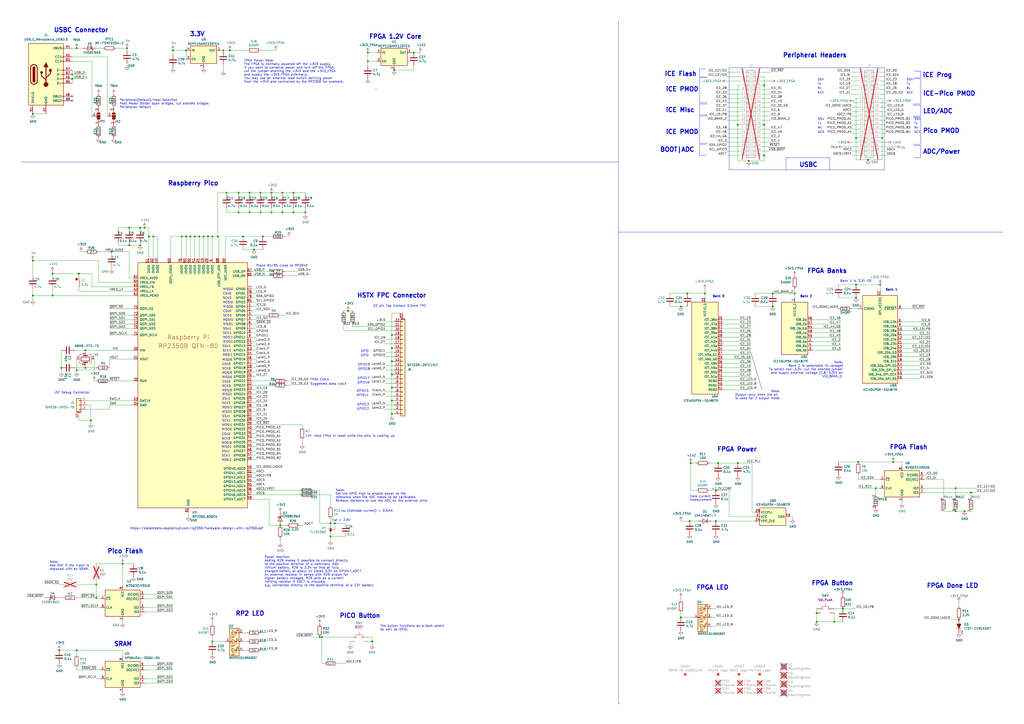
<source format=kicad_sch>
(kicad_sch (version 20250114) (generator "eeschema") (generator_version "9.0")
  (paper "A2")
  (title_block (title "PICO2-iCE") (date "2024-09-23") (rev "0.2") (company "tinyVision.ai Inc."))
  (circle (center 44.45 161.925) (radius 0.635) (stroke (width 0) (color 132 0 0 1)) (fill (type color) (color 132 0 0 1)))
  (text "SCK1" (at 128.778 244.8725 0) (effects (font (size 1.27 1.27)) (justify left bottom)))
  (text "MOSI1" (at 128.524 267.6995 0) (effects (font (size 1.27 1.27)) (justify left bottom)))
  (text "Tx" (at 530.225 72.39 0) (effects (font (size 1.27 1.27)) (justify left bottom)))
  (text "FPGA LED" (at 403.86 342.392 0) (effects (font (size 2.54 2.54) (thickness 0.508) (bold yes)) (justify left bottom)))
  (text "GPIO" (at 211.582 206.248 0) (effects (font (size 1.27 1.27))))
  (text "SRAM" (at 66.04 375.158 0) (effects (font (size 2.54 2.54) (thickness 0.508) (bold yes)) (justify left bottom)))
  (text "iCE PMOD" (at 386.08 78.105 0) (effects (font (size 2.54 2.54) (thickness 0.508) (bold yes)) (justify left bottom)))
  (text "FPGA 1.2V Core" (at 213.995 22.86 0) (effects (font (size 2.54 2.54) (thickness 0.508) (bold yes)) (justify left bottom)))
  (text "SCK0" (at 128.778 214.63 0) (effects (font (size 1.27 1.27)) (justify left bottom)))
  (text "Place R4/R5 close to RP2040" (at 148.59 154.94 0) (effects (font (size 1.27 1.27)) (justify left bottom)))
  (text "GPIO18" (at 211.074 214.122 0) (effects (font (size 1.27 1.27))))
  (text "Pico PMOD" (at 535.305 77.47 0) (effects (font (size 2.54 2.54) (thickness 0.508) (bold yes)) (justify left bottom)))
  (text "SSn1" (at 128.5515 262.6398 0) (effects (font (size 1.27 1.27)) (justify left bottom)))
  (text "SSn" (at 525.8075 46.9938 0) (effects (font (size 1.27 1.27)) (justify left bottom)))
  (text "SCK0" (at 128.778 224.79 0) (effects (font (size 1.27 1.27)) (justify left bottom)))
  (text "SCK" (at 474.345 77.4865 0) (effects (font (size 1.27 1.27)) (justify left bottom)))
  (text "Note:\nOutput-only when the pll \nis used for 2 output mode" (at 452.374 231.902 0) (effects (font (size 1.27 1.27)) (justify right bottom)))
  (text "GPIO14" (at 210.312 229.362 0) (effects (font (size 1.27 1.27))))
  (text "MOSI0" (at 129.2585 186.4322 0) (effects (font (size 1.27 1.27)) (justify left bottom)))
  (text "HSTX FPC Connector" (at 207.01 172.974 0) (effects (font (size 2.54 2.54) (thickness 0.508) (bold yes)) (justify left bottom)))
  (text "MISO1" (at 129.286 199.136 0) (effects (font (size 1.27 1.27)) (justify left bottom)))
  (text "SSn" (at 474.3725 69.8703 0) (effects (font (size 1.27 1.27)) (justify left bottom)))
  (text "MOSI1" (at 128.778 247.396 0) (effects (font (size 1.27 1.27)) (justify left bottom)))
  (text "Bank 1 is 3.3V IO!" (at 505.46 163.83 0) (effects (font (size 1.27 1.27)) (justify right bottom)))
  (text "FPGA Power" (at 415.925 262.255 0) (effects (font (size 2.54 2.54) (thickness 0.508) (bold yes)) (justify left bottom)))
  (text "MISO1" (at 128.5515 260.0833 0) (effects (font (size 1.27 1.27)) (justify left bottom)))
  (text "Bank 2" (at 471.17 172.72 0) (effects (font (size 1.27 1.27) (thickness 0.254) (bold yes)) (justify right bottom)))
  (text "SCK1" (at 128.524 265.176 0) (effects (font (size 1.27 1.27)) (justify left bottom)))
  (text "https://datasheets.raspberrypi.com/rp2350/hardware-design-with-rp2350.pdf" (at 114.046 306.578 0) (effects (font (size 1.27 1.27))))
  (text "CSn0" (at 129.286 181.3725 0) (effects (font (size 1.27 1.27)) (justify left bottom)))
  (text "Rx" (at 474.218 52.0535 0) (effects (font (size 1.27 1.27)) (justify left bottom)))
  (text "iCE PMOD" (at 386.08 53.34 0) (effects (font (size 2.54 2.54) (thickness 0.508) (bold yes)) (justify left bottom)))
  (text "USBC Connector" (at 31.115 19.05 0) (effects (font (size 2.54 2.54) (thickness 0.508) (bold yes)) (justify left bottom)))
  (text "SCK" (at 525.78 54.61 0) (effects (font (size 1.27 1.27)) (justify left bottom)))
  (text "Rx" (at 525.8075 52.0573 0) (effects (font (size 1.27 1.27)) (justify left bottom)))
  (text "SSn1" (at 128.778 232.156 0) (effects (font (size 1.27 1.27)) (justify left bottom)))
  (text "iCE Misc" (at 386.08 65.405 0) (effects (font (size 2.54 2.54) (thickness 0.508) (bold yes)) (justify left bottom)))
  (text "GPIO15" (at 210.312 226.822 0) (effects (font (size 1.27 1.27))))
  (text "MOSI0" (at 129.231 176.2684 0) (effects (font (size 1.27 1.27)) (justify left bottom)))
  (text "MISO0" (at 128.8055 209.5373 0) (effects (font (size 1.27 1.27)) (justify left bottom)))
  (text "GPIO17" (at 210.82 219.456 0) (effects (font (size 1.27 1.27))))
  (text "The button functions as a boot select\nas well as GPIO." (at 220.472 364.236 0) (effects (font (size 1.27 1.27)) (justify left)))
  (text "SCK1" (at 129.032 204.216 0) (effects (font (size 1.27 1.27)) (justify left bottom)))
  (text "SSn1" (at 129.0595 201.6798 0) (effects (font (size 1.27 1.27)) (justify left bottom)))
  (text "SCK" (at 530.225 77.4865 0) (effects (font (size 1.27 1.27)) (justify left bottom)))
  (text "MISO1" (at 129.286 188.9595 0) (effects (font (size 1.27 1.27)) (justify left bottom)))
  (text "FPGA Button" (at 470.662 339.852 0) (effects (font (size 2.54 2.54) (thickness 0.508) (bold yes)) (justify left bottom)))
  (text "MISO1" (at 128.778 239.7925 0) (effects (font (size 1.27 1.27)) (justify left bottom)))
  (text "SSn" (at 474.218 46.99 0) (effects (font (size 1.27 1.27)) (justify left bottom)))
  (text "Peripheral Headers" (at 454.025 33.655 0) (effects (font (size 2.54 2.54) (thickness 0.508) (bold yes)) (justify left bottom)))
  (text "LED/ADC" (at 535.305 66.04 0) (effects (font (size 2.54 2.54) (thickness 0.508) (bold yes)) (justify left bottom)))
  (text "Tx" (at 474.345 72.39 0) (effects (font (size 1.27 1.27)) (justify left bottom)))
  (text "GPIO16" (at 210.82 221.996 0) (effects (font (size 1.27 1.27))))
  (text "Suggested data clock" (at 190.5 222.758 0) (effects (font (size 1.27 1.27))))
  (text "RP2 LED" (at 136.525 357.505 0) (effects (font (size 2.54 2.54) (thickness 0.508) (bold yes)) (justify left bottom)))
  (text "SCK0" (at 129.2585 183.9087 0) (effects (font (size 1.27 1.27)) (justify left bottom)))
  (text "ADC/Power" (at 535.305 89.535 0) (effects (font (size 2.54 2.54) (thickness 0.508) (bold yes)) (justify left bottom)))
  (text "Note:\nBank 2 is selectable IO voltage!\nTo select non-3.3V, cut the shorted jumper\nand supply external voltage (1.8-3.3V) on\nVIO_BANK_2." (at 488.95 219.202 0) (effects (font (size 1.27 1.27)) (justify right bottom)))
  (text "MOSI0" (at 128.778 217.1535 0) (effects (font (size 1.27 1.27)) (justify left bottom)))
  (text "Note:\nSet the GPIO high to enable power to the \nreference when the ADC needs to be calibrated.\nRemove resistors to use the ADC on the external pins." (at 194.564 287.528 0) (effects (font (size 1.27 1.27)) (justify left)))
  (text "JST Debug Connector" (at 52.07 228.6 0) (effects (font (size 1.27 1.27)) (justify right bottom)))
  (text "Rx" (at 474.3725 74.9338 0) (effects (font (size 1.27 1.27)) (justify left bottom)))
  (text "FPGA Banks" (at 468.122 158.75 0) (effects (font (size 2.54 2.54) (thickness 0.508) (bold yes)) (justify left bottom)))
  (text "MISO0" (at 129.2585 178.8287 0) (effects (font (size 1.27 1.27)) (justify left bottom)))
  (text "22 pin Top Contact 0.5mm FPC" (at 231.902 177.546 0) (effects (font (size 1.27 1.27))))
  (text "SCK1" (at 128.7505 234.6922 0) (effects (font (size 1.27 1.27)) (justify left bottom)))
  (text "MISO0" (at 128.579 249.9271 0) (effects (font (size 1.27 1.27)) (justify left bottom)))
  (text "MOSI1" (at 129.032 206.7395 0) (effects (font (size 1.27 1.27)) (justify left bottom)))
  (text "Tx" (at 474.1905 49.5097 0) (effects (font (size 1.27 1.27)) (justify left bottom)))
  (text "SCK1" (at 129.2585 194.0522 0) (effects (font (size 1.27 1.27)) (justify left bottom)))
  (text "SCK0" (at 129.231 173.7449 0) (effects (font (size 1.27 1.27)) (justify left bottom)))
  (text "GPIO" (at 211.582 203.708 0) (effects (font (size 1.27 1.27))))
  (text "iCE-Pico PMOD" (at 535.305 55.88 0) (effects (font (size 2.54 2.54) (thickness 0.508) (bold yes)) (justify left bottom)))
  (text "MISO0" (at 128.8055 219.6973 0) (effects (font (size 1.27 1.27)) (justify left bottom)))
  (text "Bank 0" (at 420.37 172.72 0) (effects (font (size 1.27 1.27) (thickness 0.254) (bold yes)) (justify right bottom)))
  (text "USBC" (at 463.55 97.155 0) (effects (font (size 2.54 2.54) (thickness 0.508) (bold yes)) (justify left bottom)))
  (text "3.3V" (at 109.982 21.336 0) (effects (font (size 2.54 2.54) (thickness 0.508) (bold yes)) (justify left bottom)))
  (text "SCK" (at 474.1905 54.6062 0) (effects (font (size 1.27 1.27)) (justify left bottom)))
  (text "GPIO13" (at 210.566 234.696 0) (effects (font (size 1.27 1.27))))
  (text "V_{ref} = 2.5V" (at 197.866 301.752 0) (effects (font (size 1.27 1.27))))
  (text "MISO0" (at 129.2585 168.6522 0) (effects (font (size 1.27 1.27)) (justify left bottom)))
  (text "Pico Flash" (at 62.23 321.31 0) (effects (font (size 2.54 2.54) (thickness 0.508) (bold yes)) (justify left bottom)))
  (text "CSn0" (at 129.2585 171.2087 0) (effects (font (size 1.27 1.27)) (justify left bottom)))
  (text "Tx" (at 525.78 49.5135 0) (effects (font (size 1.27 1.27)) (justify left bottom)))
  (text "GPIO19" (at 211.074 211.582 0) (effects (font (size 1.27 1.27))))
  (text "CSn0" (at 128.579 252.7376 0) (effects (font (size 1.27 1.27)) (justify left bottom)))
  (text "iCE Flash" (at 385.445 44.45 0) (effects (font (size 2.54 2.54) (thickness 0.508) (bold yes)) (justify left bottom)))
  (text "MOSI0" (at 128.778 227.3135 0) (effects (font (size 1.27 1.27)) (justify left bottom)))
  (text "PICO Button" (at 196.85 358.775 0) (effects (font (size 2.54 2.54) (thickness 0.508) (bold yes)) (justify left bottom)))
  (text "Hold FPGA in reset while the pico is coming up" (at 205.486 252.984 0) (effects (font (size 1.27 1.27))))
  (text "Core current \nmeasurement" (at 400.05 290.83 0) (effects (font (size 1.27 1.27)) (justify left bottom)))
  (text "SCK0" (at 128.5515 255.2738 0) (effects (font (size 1.27 1.27)) (justify left bottom)))
  (text "MOSI1" (at 129.2585 196.5757 0) (effects (font (size 1.27 1.27)) (justify left bottom)))
  (text "SSn" (at 530.2525 69.8703 0) (effects (font (size 1.27 1.27)) (justify left bottom)))
  (text "FPGA Done LED" (at 537.464 341.376 0) (effects (font (size 2.54 2.54) (thickness 0.508) (bold yes)) (justify left bottom)))
  (text "SSn1" (at 128.8055 242.3363 0) (effects (font (size 1.27 1.27)) (justify left bottom)))
  (text "Bank 1" (at 520.7 168.91 0) (effects (font (size 1.27 1.27) (thickness 0.254) (bold yes)) (justify right bottom)))
  (text "FPGA Power Note:\nThe FPGA is normally powered off the +3V3 supply.\nIf you want to conserve power and turn off the FPGA,\ncut the jumper shorting the +3V3 and the +3V3_FPGA\nand supply the +3V3_FPGA externally.\nYou may use an external load switch deriving power\nfrom the +3V3 and controlled by the RP2350 for example. " (at 141.478 41.402 0) (effects (font (size 1.27 1.27)) (justify left)))
  (text "MISO1" (at 128.778 229.5995 0) (effects (font (size 1.27 1.27)) (justify left bottom)))
  (text "FPGA Flash" (at 516.001 260.985 0) (effects (font (size 2.54 2.54) (thickness 0.508) (bold yes)) (justify left bottom)))
  (text "FPGA Clock" (at 179.832 220.98 0) (effects (font (size 1.27 1.27)) (justify left bottom)))
  (text "Power monitor:\nAdding R29 makes it possible to connect directly \nto the positive terminal of a nominally 3.6V \nlithium battery. R29 is 2.2K so that at fully \ncharged battery at about 4V yields 3.3V on GPIO47_ADC7.\nAn external resistor in series with R29 allows for \nhigher battery voltages. R29 acts as a current \nlimiting resistor if ADC7 is misused, \ne.g. connected directly to the positive terminal of a 12V battery" (at 153.416 331.47 0) (effects (font (size 1.27 1.27)) (justify left)))
  (text "GPIO12" (at 210.566 237.236 0) (effects (font (size 1.27 1.27))))
  (text "Peripheral(Default)/Host Selection\nHost Mode: Solder open bridges, cut shorted bridges\nPeripheral: Default" (at 69.342 62.992 0) (effects (font (size 1.27 1.27)) (justify left bottom)))
  (text "iCE Prog" (at 552.45 45.085 0) (effects (font (size 2.54 2.54) (thickness 0.508) (bold yes)) (justify right bottom)))
  (text "I_{KA} (Cathode current) > 0.5mA" (at 212.852 296.418 0) (effects (font (size 1.27 1.27))))
  (text "MOSI0" (at 128.5515 257.7973 0) (effects (font (size 1.27 1.27)) (justify left bottom)))
  (text "Raspberry Pico" (at 97.282 107.95 0) (effects (font (size 2.54 2.54) (thickness 0.508) (bold yes)) (justify left bottom)))
  (text "CSn0" (at 128.8055 222.2538 0) (effects (font (size 1.27 1.27)) (justify left bottom)))
  (text "CSn0" (at 128.8055 212.0938 0) (effects (font (size 1.27 1.27)) (justify left bottom)))
  (text "MOSI1" (at 128.7505 237.2157 0) (effects (font (size 1.27 1.27)) (justify left bottom)))
  (text "SSn1" (at 129.286 191.516 0) (effects (font (size 1.27 1.27)) (justify left bottom)))
  (text "Note: \nAdd DNF if the Flash is\nreplaced with an SRAM." (at 28.702 328.168 0) (effects (font (size 1.27 1.27)) (justify left)))
  (text "Rx" (at 530.2525 74.9338 0) (effects (font (size 1.27 1.27)) (justify left bottom)))
  (text "BOOT|ADC" (at 382.778 88.392 0) (effects (font (size 2.54 2.54) (thickness 0.508) (bold yes)) (justify left bottom)))
  (junction (at 88.9 137.16))
  (junction (at 81.28 132.08))
  (junction (at 443.23 49.53))
  (junction (at 185.42 369.57))
  (junction (at 19.05 151.13))
  (junction (at 162.56 304.8))
  (junction (at 194.31 303.53))
  (junction (at 227.33 224.79))
  (junction (at 416.56 268.605))
  (junction (at 227.33 194.31))
  (junction (at 215.9 372.11))
  (junction (at 35.56 213.36))
  (junction (at 213.36 30.48))
  (junction (at 52.705 243.84))
  (junction (at 138.43 123.19))
  (junction (at 434.34 93.345))
  (junction (at 556.26 359.41))
  (junction (at 554.355 283.21))
  (junction (at 448.31 177.8))
  (junction (at 201.93 180.34))
  (junction (at 126.365 137.16))
  (junction (at 227.33 209.55))
  (junction (at 44.45 214.63))
  (junction (at 144.78 111.76))
  (junction (at 45.72 158.75))
  (junction (at 497.84 267.97))
  (junction (at 398.78 170.18))
  (junction (at 554.355 296.545))
  (junction (at 213.36 35.56))
  (junction (at 144.78 123.19))
  (junction (at 228.6 40.64))
  (junction (at 74.93 132.08))
  (junction (at 49.53 203.2))
  (junction (at 443.23 90.17))
  (junction (at 81.28 142.24))
  (junction (at 496.57 172.72))
  (junction (at 107.95 137.16))
  (junction (at 227.33 217.17))
  (junction (at 44.45 27.94))
  (junction (at 473.71 360.68))
  (junction (at 131.445 111.76))
  (junction (at 415.29 284.48))
  (junction (at 113.03 137.16))
  (junction (at 151.13 123.19))
  (junction (at 496.57 80.01))
  (junction (at 64.77 146.05))
  (junction (at 191.77 303.53))
  (junction (at 170.18 111.76))
  (junction (at 427.99 72.39))
  (junction (at 427.99 268.605))
  (junction (at 559.435 296.545))
  (junction (at 511.81 80.01))
  (junction (at 129.54 29.21))
  (junction (at 41.91 43.18))
  (junction (at 157.48 111.76))
  (junction (at 30.48 158.75))
  (junction (at 30.48 171.45))
  (junction (at 71.12 327.025))
  (junction (at 55.88 346.71))
  (junction (at 461.01 170.18))
  (junction (at 110.49 137.16))
  (junction (at 100.33 29.21))
  (junction (at 140.97 137.16))
  (junction (at 123.19 137.16))
  (junction (at 508 283.21))
  (junction (at 483.87 360.68))
  (junction (at 448.31 170.18))
  (junction (at 74.93 142.24))
  (junction (at 518.16 267.97))
  (junction (at 86.36 137.16))
  (junction (at 496.57 165.1))
  (junction (at 19.05 66.04))
  (junction (at 170.18 123.19))
  (junction (at 227.33 240.03))
  (junction (at 49.53 213.36))
  (junction (at 563.245 285.75))
  (junction (at 41.91 45.72))
  (junction (at 186.69 369.57))
  (junction (at 503.555 92.71))
  (junction (at 133.35 29.21))
  (junction (at 120.65 137.16))
  (junction (at 473.71 355.6))
  (junction (at 163.83 123.19))
  (junction (at 152.4 137.16))
  (junction (at 138.43 111.76))
  (junction (at 157.48 123.19))
  (junction (at 400.685 268.605))
  (junction (at 400.05 302.26))
  (junction (at 443.23 72.39))
  (junction (at 44.45 377.19))
  (junction (at 177.165 123.19))
  (junction (at 163.83 111.76))
  (junction (at 73.66 27.94))
  (junction (at 408.94 170.18))
  (junction (at 34.29 377.19))
  (junction (at 227.33 201.93))
  (junction (at 55.88 339.09))
  (junction (at 394.97 177.8))
  (junction (at 394.97 358.14))
  (junction (at 227.33 232.41))
  (junction (at 115.57 137.16))
  (junction (at 191.77 311.15))
  (junction (at 123.19 372.11))
  (junction (at 147.32 144.78))
  (junction (at 83.82 132.08))
  (junction (at 151.13 111.76))
  (junction (at 118.11 137.16))
  (junction (at 105.41 137.16))
  (junction (at 19.05 171.45))
  (junction (at 107.95 29.21))
  (junction (at 415.29 302.26))
  (junction (at 510.54 165.1))
  (junction (at 240.03 30.48))
  (junction (at 488.95 353.06))
  (no_connect (at 41.91 55.88))
  (no_connect (at 41.91 58.42))
  (wire (pts (xy 63.5 185.42) (xy 77.47 185.42)))
  (wire (pts (xy 199.39 187.96) (xy 199.39 191.77)))
  (wire (pts (xy 419.1 185.42) (xy 435.61 185.42)))
  (wire (pts (xy 447.04 59.69) (xy 441.96 59.69)))
  (wire (pts (xy 510.54 54.61) (xy 513.715 54.61)))
  (wire (pts (xy 144.78 111.76) (xy 151.13 111.76)))
  (wire (pts (xy 461.01 170.18) (xy 448.31 170.18)))
  (polyline (pts (xy 513.08 98.425) (xy 513.08 39.37)))
  (wire (pts (xy 419.1 223.52) (xy 435.61 223.52)))
  (wire (pts (xy 533.4 219.71) (xy 523.24 219.71)))
  (wire (pts (xy 177.165 113.03) (xy 177.165 111.76)))
  (wire (pts (xy 148.59 205.74) (xy 146.05 205.74)))
  (wire (pts (xy 419.1 210.82) (xy 435.61 210.82)))
  (polyline (pts (xy 441.96 226.06) (xy 435.61 204.47)) (stroke (width 0) (type solid)))
  (wire (pts (xy 514.35 58.42) (xy 514.35 59.69)))
  (wire (pts (xy 419.1 208.28) (xy 435.61 208.28)))
  (wire (pts (xy 523.24 207.01) (xy 539.75 207.01)))
  (wire (pts (xy 483.87 355.6) (xy 483.87 360.68)))
  (wire (pts (xy 443.23 49.53) (xy 443.23 72.39)))
  (wire (pts (xy 148.59 226.06) (xy 146.05 226.06)))
  (wire (pts (xy 185.42 303.53) (xy 191.77 303.53)))
  (wire (pts (xy 419.1 195.58) (xy 435.61 195.58)))
  (wire (pts (xy 83.82 396.24) (xy 100.33 396.24)))
  (wire (pts (xy 55.88 328.295) (xy 55.88 327.025)))
  (wire (pts (xy 148.59 228.6) (xy 146.05 228.6)))
  (wire (pts (xy 77.47 194.31) (xy 63.5 194.31)))
  (wire (pts (xy 419.1 226.06) (xy 435.61 226.06)))
  (wire (pts (xy 34.29 346.71) (xy 36.83 346.71)))
  (wire (pts (xy 44.45 214.63) (xy 54.61 214.63)))
  (wire (pts (xy 148.59 203.2) (xy 146.05 203.2)))
  (wire (pts (xy 148.59 193.04) (xy 146.05 193.04)))
  (wire (pts (xy 55.88 393.7) (xy 58.42 393.7)))
  (wire (pts (xy 143.51 377.19) (xy 140.97 377.19)))
  (wire (pts (xy 44.45 346.71) (xy 55.88 346.71)))
  (wire (pts (xy 215.9 369.57) (xy 215.9 372.11)))
  (wire (pts (xy 118.11 137.16) (xy 118.11 149.86)))
  (wire (pts (xy 556.26 351.79) (xy 556.26 349.25)))
  (wire (pts (xy 508 283.21) (xy 510.54 283.21)))
  (wire (pts (xy 510.54 64.77) (xy 514.35 64.77)))
  (wire (pts (xy 44.45 388.62) (xy 58.42 388.62)))
  (wire (pts (xy 88.9 137.16) (xy 86.36 137.16)))
  (wire (pts (xy 227.33 201.93) (xy 227.33 209.55)))
  (wire (pts (xy 497.84 77.47) (xy 494.03 77.47)))
  (wire (pts (xy 185.42 284.48) (xy 185.42 303.53)))
  (wire (pts (xy 441.96 49.53) (xy 443.23 49.53)))
  (wire (pts (xy 458.47 299.72) (xy 459.74 299.72)))
  (wire (pts (xy 138.43 123.19) (xy 144.78 123.19)))
  (polyline (pts (xy 405.765 40.005) (xy 409.575 40.005)))
  (wire (pts (xy 421.64 64.77) (xy 429.26 64.77)))
  (wire (pts (xy 227.33 217.17) (xy 228.6 217.17)))
  (wire (pts (xy 83.82 393.7) (xy 100.33 393.7)))
  (wire (pts (xy 44.45 387.35) (xy 44.45 388.62)))
  (wire (pts (xy 41.91 27.94) (xy 44.45 27.94)))
  (wire (pts (xy 441.96 57.15) (xy 447.04 57.15)))
  (wire (pts (xy 494.03 62.23) (xy 497.84 62.23)))
  (wire (pts (xy 554.355 296.545) (xy 559.435 296.545)))
  (wire (pts (xy 129.54 29.21) (xy 128.27 29.21)))
  (wire (pts (xy 496.57 172.72) (xy 486.41 172.72)))
  (wire (pts (xy 157.48 113.03) (xy 157.48 111.76)))
  (wire (pts (xy 44.45 377.19) (xy 71.12 377.19)))
  (wire (pts (xy 152.4 137.16) (xy 157.48 137.16)))
  (wire (pts (xy 146.05 167.64) (xy 148.59 167.64)))
  (polyline (pts (xy 12.065 93.98) (xy 358.775 93.98)))
  (wire (pts (xy 63.5 213.36) (xy 63.5 208.28)))
  (wire (pts (xy 427.99 72.39) (xy 429.26 72.39)))
  (wire (pts (xy 166.37 223.52) (xy 168.91 223.52)))
  (wire (pts (xy 151.13 111.76) (xy 157.48 111.76)))
  (wire (pts (xy 518.16 267.97) (xy 523.24 267.97)))
  (wire (pts (xy 107.95 149.86) (xy 107.95 137.16)))
  (wire (pts (xy 41.91 40.64) (xy 41.91 43.18)))
  (wire (pts (xy 191.77 313.69) (xy 191.77 311.15)))
  (wire (pts (xy 163.83 111.76) (xy 170.18 111.76)))
  (wire (pts (xy 441.96 87.63) (xy 445.77 87.63)))
  (wire (pts (xy 446.405 85.09) (xy 441.96 85.09)))
  (wire (pts (xy 113.03 149.86) (xy 113.03 137.16)))
  (wire (pts (xy 130.81 149.86) (xy 130.81 137.16)))
  (wire (pts (xy 419.1 187.96) (xy 435.61 187.96)))
  (wire (pts (xy 148.59 281.94) (xy 146.05 281.94)))
  (wire (pts (xy 213.36 35.56) (xy 213.36 38.1)))
  (wire (pts (xy 547.37 296.545) (xy 554.355 296.545)))
  (wire (pts (xy 191.77 303.53) (xy 194.31 303.53)))
  (wire (pts (xy 99.06 137.16) (xy 105.41 137.16)))
  (wire (pts (xy 123.19 137.16) (xy 123.19 149.86)))
  (wire (pts (xy 30.48 158.75) (xy 45.72 158.75)))
  (polyline (pts (xy 405.765 90.17) (xy 409.575 90.17)))
  (wire (pts (xy 163.83 113.03) (xy 163.83 111.76)))
  (wire (pts (xy 510.54 165.1) (xy 510.54 168.91)))
  (polyline (pts (xy 405.765 59.69) (xy 405.765 45.085)))
  (wire (pts (xy 494.03 90.17) (xy 497.84 90.17)))
  (wire (pts (xy 227.33 194.31) (xy 227.33 201.93)))
  (wire (pts (xy 146.05 248.92) (xy 148.59 248.92)))
  (wire (pts (xy 419.1 200.66) (xy 435.61 200.66)))
  (wire (pts (xy 123.19 369.57) (xy 123.19 372.11)))
  (wire (pts (xy 510.54 69.85) (xy 513.715 69.85)))
  (wire (pts (xy 523.24 214.63) (xy 533.4 214.63)))
  (wire (pts (xy 422.91 284.48) (xy 422.91 299.72)))
  (wire (pts (xy 148.59 208.28) (xy 146.05 208.28)))
  (wire (pts (xy 74.93 140.97) (xy 74.93 142.24)))
  (wire (pts (xy 49.53 203.2) (xy 77.47 203.2)))
  (wire (pts (xy 421.64 69.85) (xy 429.26 69.85)))
  (wire (pts (xy 55.88 27.94) (xy 59.69 27.94)))
  (wire (pts (xy 461.01 167.64) (xy 461.01 170.18)))
  (polyline (pts (xy 529.59 67.31) (xy 534.035 67.31)))
  (wire (pts (xy 523.24 194.31) (xy 539.75 194.31)))
  (polyline (pts (xy 405.765 66.675) (xy 410.21 66.675)))
  (wire (pts (xy 223.52 222.25) (xy 228.6 222.25)))
  (wire (pts (xy 64.77 156.21) (xy 64.77 154.94)))
  (wire (pts (xy 223.52 204.47) (xy 228.6 204.47)))
  (wire (pts (xy 497.84 74.93) (xy 494.03 74.93)))
  (wire (pts (xy 99.06 149.86) (xy 99.06 137.16)))
  (wire (pts (xy 55.88 335.915) (xy 55.88 339.09)))
  (wire (pts (xy 74.93 132.08) (xy 81.28 132.08)))
  (wire (pts (xy 50.8 232.41) (xy 77.47 232.41)))
  (wire (pts (xy 223.52 212.09) (xy 228.6 212.09)))
  (wire (pts (xy 68.58 132.08) (xy 74.93 132.08)))
  (wire (pts (xy 162.56 312.42) (xy 162.56 314.96)))
  (wire (pts (xy 441.96 80.01) (xy 447.04 80.01)))
  (wire (pts (xy 146.05 243.84) (xy 148.59 243.84)))
  (wire (pts (xy 191.77 303.53) (xy 191.77 300.99)))
  (wire (pts (xy 412.75 302.26) (xy 415.29 302.26)))
  (wire (pts (xy 471.17 190.5) (xy 487.68 190.5)))
  (wire (pts (xy 54.61 208.28) (xy 54.61 214.63)))
  (wire (pts (xy 148.59 198.12) (xy 146.05 198.12)))
  (polyline (pts (xy 358.775 408.305) (xy 359.41 408.305)))
  (wire (pts (xy 68.58 133.35) (xy 68.58 132.08)))
  (wire (pts (xy 30.48 160.02) (xy 30.48 158.75)))
  (wire (pts (xy 44.45 208.28) (xy 44.45 214.63)))
  (wire (pts (xy 154.94 372.11) (xy 151.13 372.11)))
  (wire (pts (xy 154.94 367.03) (xy 151.13 367.03)))
  (wire (pts (xy 419.1 198.12) (xy 435.61 198.12)))
  (wire (pts (xy 486.41 165.1) (xy 496.57 165.1)))
  (polyline (pts (xy 534.035 45.085) (xy 530.225 45.085)))
  (wire (pts (xy 176.53 304.8) (xy 173.99 304.8)))
  (wire (pts (xy 441.96 54.61) (xy 447.04 54.61)))
  (wire (pts (xy 497.84 54.61) (xy 493.395 54.61)))
  (wire (pts (xy 447.04 69.85) (xy 441.96 69.85)))
  (wire (pts (xy 64.77 146.05) (xy 74.93 146.05)))
  (polyline (pts (xy 422.91 98.425) (xy 513.08 98.425)))
  (wire (pts (xy 191.77 303.53) (xy 191.77 304.8)))
  (wire (pts (xy 510.54 52.07) (xy 513.715 52.07)))
  (wire (pts (xy 151.13 120.65) (xy 151.13 123.19)))
  (wire (pts (xy 419.1 203.2) (xy 435.61 203.2)))
  (wire (pts (xy 44.45 27.94) (xy 48.26 27.94)))
  (wire (pts (xy 223.52 186.69) (xy 228.6 186.69)))
  (wire (pts (xy 514.35 59.69) (xy 510.54 59.69)))
  (wire (pts (xy 120.65 137.16) (xy 120.65 149.86)))
  (polyline (pts (xy 410.21 67.31) (xy 405.765 67.31)))
  (wire (pts (xy 165.1 160.02) (xy 172.72 160.02)))
  (wire (pts (xy 34.29 339.09) (xy 36.83 339.09)))
  (wire (pts (xy 35.56 203.2) (xy 35.56 213.36)))
  (wire (pts (xy 194.31 303.53) (xy 200.66 303.53)))
  (wire (pts (xy 400.685 268.605) (xy 403.86 268.605)))
  (wire (pts (xy 523.24 201.93) (xy 539.75 201.93)))
  (wire (pts (xy 510.54 72.39) (xy 513.715 72.39)))
  (wire (pts (xy 57.15 146.05) (xy 64.77 146.05)))
  (wire (pts (xy 415.29 302.26) (xy 438.15 302.26)))
  (wire (pts (xy 146.05 261.62) (xy 148.59 261.62)))
  (wire (pts (xy 126.365 111.76) (xy 131.445 111.76)))
  (wire (pts (xy 181.61 369.57) (xy 185.42 369.57)))
  (polyline (pts (xy 358.775 12.065) (xy 358.775 408.305)))
  (wire (pts (xy 45.72 168.91) (xy 45.72 167.64)))
  (wire (pts (xy 488.95 85.09) (xy 497.84 85.09)))
  (wire (pts (xy 45.72 158.75) (xy 45.72 160.02)))
  (wire (pts (xy 419.1 220.98) (xy 435.61 220.98)))
  (wire (pts (xy 146.05 289.56) (xy 156.21 289.56)))
  (polyline (pts (xy 534.035 45.72) (xy 529.59 45.72)))
  (wire (pts (xy 510.54 46.99) (xy 513.715 46.99)))
  (wire (pts (xy 199.39 180.34) (xy 201.93 180.34)))
  (wire (pts (xy 148.59 172.72) (xy 146.05 172.72)))
  (wire (pts (xy 100.33 29.21) (xy 100.33 31.75)))
  (wire (pts (xy 170.18 120.65) (xy 170.18 123.19)))
  (wire (pts (xy 238.76 30.48) (xy 240.03 30.48)))
  (wire (pts (xy 494.03 64.77) (xy 497.84 64.77)))
  (wire (pts (xy 148.59 177.8) (xy 146.05 177.8)))
  (wire (pts (xy 448.31 177.8) (xy 438.15 177.8)))
  (wire (pts (xy 109.22 297.18) (xy 109.22 299.72)))
  (wire (pts (xy 223.52 199.39) (xy 228.6 199.39)))
  (wire (pts (xy 170.18 113.03) (xy 170.18 111.76)))
  (wire (pts (xy 146.05 182.88) (xy 154.94 182.88)))
  (wire (pts (xy 140.97 144.78) (xy 147.32 144.78)))
  (wire (pts (xy 421.64 44.45) (xy 429.26 44.45)))
  (wire (pts (xy 223.52 227.33) (xy 228.6 227.33)))
  (wire (pts (xy 411.48 268.605) (xy 416.56 268.605)))
  (wire (pts (xy 177.165 123.19) (xy 177.165 124.46)))
  (polyline (pts (xy 358.775 134.62) (xy 581.66 134.62)))
  (wire (pts (xy 151.13 29.21) (xy 160.02 29.21)))
  (wire (pts (xy 19.05 167.64) (xy 19.05 171.45)))
  (wire (pts (xy 54.61 220.98) (xy 55.88 220.98)))
  (wire (pts (xy 497.84 267.97) (xy 518.16 267.97)))
  (wire (pts (xy 157.48 123.19) (xy 151.13 123.19)))
  (wire (pts (xy 227.33 201.93) (xy 228.6 201.93)))
  (wire (pts (xy 523.24 191.77) (xy 539.75 191.77)))
  (wire (pts (xy 510.54 44.45) (xy 513.715 44.45)))
  (wire (pts (xy 535.94 285.75) (xy 563.245 285.75)))
  (polyline (pts (xy 405.765 83.82) (xy 405.765 87.63)))
  (wire (pts (xy 199.39 191.77) (xy 228.6 191.77)))
  (wire (pts (xy 537.21 275.59) (xy 535.94 275.59)))
  (wire (pts (xy 146.05 287.02) (xy 173.99 287.02)))
  (wire (pts (xy 408.94 167.64) (xy 408.94 170.18)))
  (wire (pts (xy 398.78 170.18) (xy 388.62 170.18)))
  (wire (pts (xy 83.82 388.62) (xy 100.33 388.62)))
  (wire (pts (xy 412.75 353.06) (xy 415.29 353.06)))
  (wire (pts (xy 138.43 120.65) (xy 138.43 123.19)))
  (wire (pts (xy 421.64 41.91) (xy 429.26 41.91)))
  (wire (pts (xy 510.54 74.93) (xy 513.715 74.93)))
  (wire (pts (xy 146.05 238.76) (xy 148.59 238.76)))
  (wire (pts (xy 473.71 353.06) (xy 473.71 355.6)))
  (wire (pts (xy 83.82 347.345) (xy 100.33 347.345)))
  (wire (pts (xy 163.83 123.19) (xy 157.48 123.19)))
  (wire (pts (xy 83.82 132.08) (xy 86.36 132.08)))
  (wire (pts (xy 148.59 231.14) (xy 146.05 231.14)))
  (wire (pts (xy 181.61 287.02) (xy 191.77 287.02)))
  (wire (pts (xy 429.26 49.53) (xy 427.99 49.53)))
  (wire (pts (xy 170.18 123.19) (xy 177.165 123.19)))
  (wire (pts (xy 427.99 268.605) (xy 436.245 268.605)))
  (wire (pts (xy 471.17 185.42) (xy 487.68 185.42)))
  (wire (pts (xy 421.64 52.07) (xy 429.26 52.07)))
  (wire (pts (xy 213.36 30.48) (xy 218.44 30.48)))
  (wire (pts (xy 44.45 214.63) (xy 44.45 215.9)))
  (wire (pts (xy 427.99 72.39) (xy 427.99 93.345)))
  (wire (pts (xy 138.43 111.76) (xy 144.78 111.76)))
  (wire (pts (xy 88.9 137.16) (xy 88.9 149.86)))
  (wire (pts (xy 203.2 372.11) (xy 203.2 374.015)))
  (wire (pts (xy 471.17 198.12) (xy 487.68 198.12)))
  (wire (pts (xy 494.03 87.63) (xy 497.84 87.63)))
  (wire (pts (xy 438.15 170.18) (xy 448.31 170.18)))
  (wire (pts (xy 130.81 137.16) (xy 140.97 137.16)))
  (wire (pts (xy 447.04 64.77) (xy 441.96 64.77)))
  (wire (pts (xy 118.11 137.16) (xy 120.65 137.16)))
  (wire (pts (xy 240.03 40.64) (xy 240.03 38.1)))
  (wire (pts (xy 443.23 90.17) (xy 443.23 93.345)))
  (wire (pts (xy 148.59 195.58) (xy 146.05 195.58)))
  (polyline (pts (xy 534.035 83.82) (xy 529.59 83.82)))
  (wire (pts (xy 447.04 46.99) (xy 441.96 46.99)))
  (wire (pts (xy 30.48 157.48) (xy 30.48 158.75)))
  (wire (pts (xy 131.445 111.76) (xy 138.43 111.76)))
  (wire (pts (xy 227.33 240.03) (xy 227.33 241.3)))
  (polyline (pts (xy 409.575 83.82) (xy 405.765 83.82)))
  (polyline (pts (xy 405.765 45.085) (xy 410.21 45.085)))
  (wire (pts (xy 510.54 57.15) (xy 511.81 57.15)))
  (wire (pts (xy 146.05 218.44) (xy 148.59 218.44)))
  (wire (pts (xy 157.48 111.76) (xy 163.83 111.76)))
  (wire (pts (xy 41.91 33.02) (xy 62.23 33.02)))
  (wire (pts (xy 191.77 287.02) (xy 191.77 293.37)))
  (wire (pts (xy 201.93 180.34) (xy 204.47 180.34)))
  (wire (pts (xy 143.51 372.11) (xy 140.97 372.11)))
  (wire (pts (xy 146.05 236.22) (xy 148.59 236.22)))
  (wire (pts (xy 523.24 186.69) (xy 539.75 186.69)))
  (wire (pts (xy 400.685 284.48) (xy 403.86 284.48)))
  (wire (pts (xy 523.24 217.17) (xy 533.4 217.17)))
  (wire (pts (xy 165.1 157.48) (xy 172.72 157.48)))
  (wire (pts (xy 443.23 72.39) (xy 443.23 90.17)))
  (wire (pts (xy 146.05 190.5) (xy 148.59 190.5)))
  (wire (pts (xy 181.61 284.48) (xy 185.42 284.48)))
  (wire (pts (xy 91.44 149.86) (xy 91.44 137.16)))
  (wire (pts (xy 63.5 187.96) (xy 77.47 187.96)))
  (wire (pts (xy 34.29 377.19) (xy 44.45 377.19)))
  (wire (pts (xy 419.1 215.9) (xy 435.61 215.9)))
  (polyline (pts (xy 422.91 39.37) (xy 422.91 98.425)))
  (polyline (pts (xy 534.035 67.945) (xy 534.035 83.82)))
  (wire (pts (xy 146.05 279.4) (xy 148.59 279.4)))
  (wire (pts (xy 421.64 57.15) (xy 429.26 57.15)))
  (wire (pts (xy 497.84 49.53) (xy 493.395 49.53)))
  (wire (pts (xy 427.99 93.345) (xy 434.34 93.345)))
  (wire (pts (xy 215.9 372.11) (xy 215.9 374.015)))
  (wire (pts (xy 146.05 254) (xy 148.59 254)))
  (wire (pts (xy 447.04 74.93) (xy 441.96 74.93)))
  (wire (pts (xy 55.88 327.025) (xy 71.12 327.025)))
  (polyline (pts (xy 409.575 66.675) (xy 410.21 66.675)))
  (polyline (pts (xy 530.225 91.44) (xy 534.035 91.44)))
  (polyline (pts (xy 405.765 40.64) (xy 405.765 44.45)))
  (wire (pts (xy 154.94 377.19) (xy 151.13 377.19)))
  (polyline (pts (xy 534.035 41.275) (xy 534.035 45.085)))
  (wire (pts (xy 523.24 209.55) (xy 539.75 209.55)))
  (wire (pts (xy 138.43 113.03) (xy 138.43 111.76)))
  (wire (pts (xy 107.95 137.16) (xy 110.49 137.16)))
  (wire (pts (xy 157.48 120.65) (xy 157.48 123.19)))
  (wire (pts (xy 35.56 213.36) (xy 35.56 215.9)))
  (wire (pts (xy 227.33 209.55) (xy 228.6 209.55)))
  (wire (pts (xy 63.5 182.88) (xy 77.47 182.88)))
  (wire (pts (xy 46.99 352.425) (xy 58.42 352.425)))
  (wire (pts (xy 41.91 43.18) (xy 50.8 43.18)))
  (wire (pts (xy 148.59 213.36) (xy 146.05 213.36)))
  (wire (pts (xy 494.03 179.07) (xy 497.84 179.07)))
  (wire (pts (xy 166.37 220.98) (xy 168.91 220.98)))
  (wire (pts (xy 523.24 199.39) (xy 539.75 199.39)))
  (wire (pts (xy 429.26 54.61) (xy 421.64 54.61)))
  (wire (pts (xy 204.47 189.23) (xy 228.6 189.23)))
  (wire (pts (xy 471.17 187.96) (xy 487.68 187.96)))
  (wire (pts (xy 510.54 82.55) (xy 514.35 82.55)))
  (wire (pts (xy 488.95 353.06) (xy 496.57 353.06)))
  (wire (pts (xy 441.96 44.45) (xy 443.23 44.45)))
  (wire (pts (xy 228.6 194.31) (xy 227.33 194.31)))
  (wire (pts (xy 441.96 90.17) (xy 443.23 90.17)))
  (wire (pts (xy 146.05 170.18) (xy 148.59 170.18)))
  (wire (pts (xy 496.57 92.71) (xy 503.555 92.71)))
  (wire (pts (xy 129.54 41.275) (xy 129.54 37.465)))
  (wire (pts (xy 419.1 190.5) (xy 435.61 190.5)))
  (polyline (pts (xy 410.21 60.325) (xy 405.765 60.325)))
  (wire (pts (xy 167.64 137.16) (xy 165.1 137.16)))
  (wire (pts (xy 223.52 234.95) (xy 228.6 234.95)))
  (wire (pts (xy 223.52 196.85) (xy 228.6 196.85)))
  (wire (pts (xy 126.365 137.16) (xy 127 137.16)))
  (wire (pts (xy 495.3 59.69) (xy 497.84 59.69)))
  (wire (pts (xy 223.52 207.01) (xy 228.6 207.01)))
  (wire (pts (xy 394.97 177.8) (xy 388.62 177.8)))
  (wire (pts (xy 421.64 80.01) (xy 429.26 80.01)))
  (wire (pts (xy 510.54 87.63) (xy 514.35 87.63)))
  (wire (pts (xy 511.81 57.15) (xy 511.81 80.01)))
  (wire (pts (xy 146.05 223.52) (xy 158.75 223.52)))
  (wire (pts (xy 67.31 27.94) (xy 73.66 27.94)))
  (wire (pts (xy 496.57 57.15) (xy 497.84 57.15)))
  (wire (pts (xy 49.53 212.09) (xy 49.53 213.36)))
  (wire (pts (xy 115.57 149.86) (xy 115.57 137.16)))
  (wire (pts (xy 227.33 224.79) (xy 227.33 232.41)))
  (wire (pts (xy 19.05 66.04) (xy 26.67 66.04)))
  (wire (pts (xy 147.32 144.78) (xy 152.4 144.78)))
  (wire (pts (xy 422.91 299.72) (xy 438.15 299.72)))
  (wire (pts (xy 170.18 111.76) (xy 177.165 111.76)))
  (wire (pts (xy 146.05 276.86) (xy 148.59 276.86)))
  (wire (pts (xy 536.575 179.07) (xy 523.24 179.07)))
  (wire (pts (xy 494.03 67.31) (xy 497.84 67.31)))
  (polyline (pts (xy 217.805 51.435) (xy 218.44 51.435)))
  (wire (pts (xy 394.97 358.14) (xy 402.59 358.14)))
  (polyline (pts (xy 530.225 41.275) (xy 534.035 41.275)))
  (wire (pts (xy 86.36 149.86) (xy 86.36 137.16)))
  (wire (pts (xy 223.52 214.63) (xy 228.6 214.63)))
  (wire (pts (xy 510.54 80.01) (xy 511.81 80.01)))
  (wire (pts (xy 471.17 203.2) (xy 487.68 203.2)))
  (wire (pts (xy 194.31 307.34) (xy 194.31 303.53)))
  (wire (pts (xy 497.84 72.39) (xy 494.03 72.39)))
  (wire (pts (xy 227.33 240.03) (xy 228.6 240.03)))
  (polyline (pts (xy 534.035 84.455) (xy 534.035 91.44)))
  (wire (pts (xy 68.58 140.97) (xy 68.58 142.24)))
  (wire (pts (xy 398.78 177.8) (xy 394.97 177.8)))
  (wire (pts (xy 394.97 346.71) (xy 394.97 347.98)))
  (wire (pts (xy 105.41 137.16) (xy 107.95 137.16)))
  (wire (pts (xy 44.45 339.09) (xy 55.88 339.09)))
  (wire (pts (xy 146.05 157.48) (xy 157.48 157.48)))
  (wire (pts (xy 146.05 160.02) (xy 157.48 160.02)))
  (wire (pts (xy 421.64 59.69) (xy 429.26 59.69)))
  (wire (pts (xy 508 283.21) (xy 508 287.02)))
  (wire (pts (xy 131.445 123.19) (xy 138.43 123.19)))
  (wire (pts (xy 416.56 268.605) (xy 427.99 268.605)))
  (wire (pts (xy 146.05 284.48) (xy 173.99 284.48)))
  (wire (pts (xy 419.1 205.74) (xy 435.61 205.74)))
  (wire (pts (xy 148.59 210.82) (xy 146.05 210.82)))
  (wire (pts (xy 71.12 327.025) (xy 71.12 339.725)))
  (wire (pts (xy 554.355 283.21) (xy 566.42 283.21)))
  (polyline (pts (xy 405.765 67.31) (xy 405.765 83.185)))
  (wire (pts (xy 71.12 377.19) (xy 71.12 381)))
  (polyline (pts (xy 529.59 67.945) (xy 534.035 67.945)))
  (wire (pts (xy 52.705 243.84) (xy 45.72 243.84)))
  (wire (pts (xy 441.96 77.47) (xy 447.04 77.47)))
  (wire (pts (xy 41.91 35.56) (xy 53.34 35.56)))
  (wire (pts (xy 163.83 120.65) (xy 163.83 123.19)))
  (wire (pts (xy 441.96 41.91) (xy 447.04 41.91)))
  (wire (pts (xy 412.75 358.14) (xy 415.29 358.14)))
  (wire (pts (xy 394.97 302.26) (xy 400.05 302.26)))
  (wire (pts (xy 511.81 80.01) (xy 511.81 92.71)))
  (polyline (pts (xy 529.59 60.96) (xy 534.035 60.96)))
  (wire (pts (xy 81.28 142.24) (xy 74.93 142.24)))
  (polyline (pts (xy 529.59 60.325) (xy 534.035 60.325)))
  (wire (pts (xy 43.18 213.36) (xy 49.53 213.36)))
  (wire (pts (xy 146.05 246.38) (xy 175.26 246.38)))
  (wire (pts (xy 129.54 29.21) (xy 133.35 29.21)))
  (wire (pts (xy 213.36 369.57) (xy 215.9 369.57)))
  (wire (pts (xy 471.17 195.58) (xy 487.68 195.58)))
  (wire (pts (xy 497.84 80.01) (xy 496.57 80.01)))
  (wire (pts (xy 144.78 120.65) (xy 144.78 123.19)))
  (wire (pts (xy 495.3 58.42) (xy 495.3 59.69)))
  (wire (pts (xy 148.59 185.42) (xy 146.05 185.42)))
  (polyline (pts (xy 405.765 44.45) (xy 409.575 44.45)))
  (wire (pts (xy 554.355 283.21) (xy 554.355 288.925)))
  (wire (pts (xy 563.245 285.75) (xy 563.245 288.925)))
  (wire (pts (xy 148.59 233.68) (xy 146.05 233.68)))
  (wire (pts (xy 77.47 234.95) (xy 63.5 234.95)))
  (wire (pts (xy 523.24 212.09) (xy 533.4 212.09)))
  (wire (pts (xy 177.165 120.65) (xy 177.165 123.19)))
  (wire (pts (xy 563.245 285.75) (xy 566.42 285.75)))
  (wire (pts (xy 459.74 299.72) (xy 459.74 300.99)))
  (wire (pts (xy 19.05 151.13) (xy 19.05 160.02)))
  (wire (pts (xy 233.68 181.61) (xy 227.33 181.61)))
  (wire (pts (xy 204.47 187.96) (xy 204.47 189.23)))
  (polyline (pts (xy 405.765 60.325) (xy 405.765 66.675)))
  (wire (pts (xy 186.69 369.57) (xy 203.2 369.57)))
  (wire (pts (xy 123.19 372.11) (xy 130.81 372.11)))
  (wire (pts (xy 55.88 347.345) (xy 58.42 347.345)))
  (wire (pts (xy 131.445 113.03) (xy 131.445 111.76)))
  (wire (pts (xy 447.04 67.31) (xy 441.96 67.31)))
  (wire (pts (xy 19.05 171.45) (xy 19.05 173.99)))
  (wire (pts (xy 535.94 278.13) (xy 547.37 278.13)))
  (wire (pts (xy 494.03 82.55) (xy 497.84 82.55)))
  (wire (pts (xy 113.03 137.16) (xy 115.57 137.16)))
  (polyline (pts (xy 410.21 59.69) (xy 405.765 59.69)))
  (wire (pts (xy 166.37 304.8) (xy 162.56 304.8)))
  (wire (pts (xy 19.05 151.13) (xy 57.15 151.13)))
  (wire (pts (xy 186.69 369.57) (xy 186.69 384.81)))
  (wire (pts (xy 523.24 267.97) (xy 523.24 270.51)))
  (wire (pts (xy 146.05 251.46) (xy 148.59 251.46)))
  (wire (pts (xy 441.96 82.55) (xy 447.04 82.55)))
  (wire (pts (xy 471.17 193.04) (xy 487.68 193.04)))
  (wire (pts (xy 41.91 45.72) (xy 50.8 45.72)))
  (wire (pts (xy 148.59 175.26) (xy 146.05 175.26)))
  (wire (pts (xy 429.26 77.47) (xy 421.64 77.47)))
  (wire (pts (xy 77.47 179.07) (xy 63.5 179.07)))
  (wire (pts (xy 510.54 90.17) (xy 514.35 90.17)))
  (wire (pts (xy 81.28 132.08) (xy 83.82 132.08)))
  (wire (pts (xy 143.51 367.03) (xy 140.97 367.03)))
  (wire (pts (xy 447.04 62.23) (xy 441.96 62.23)))
  (wire (pts (xy 146.05 220.98) (xy 158.75 220.98)))
  (wire (pts (xy 126.365 111.76) (xy 126.365 137.16)))
  (polyline (pts (xy 530.225 84.455) (xy 534.035 84.455)))
  (wire (pts (xy 223.52 229.87) (xy 228.6 229.87)))
  (wire (pts (xy 434.34 93.345) (xy 443.23 93.345)))
  (wire (pts (xy 510.54 62.23) (xy 514.35 62.23)))
  (wire (pts (xy 110.49 137.16) (xy 113.03 137.16)))
  (wire (pts (xy 483.87 360.68) (xy 488.95 360.68)))
  (wire (pts (xy 551.18 359.41) (xy 556.26 359.41)))
  (wire (pts (xy 81.28 140.97) (xy 81.28 142.24)))
  (wire (pts (xy 123.19 360.68) (xy 123.19 361.95)))
  (wire (pts (xy 140.97 137.16) (xy 152.4 137.16)))
  (wire (pts (xy 461.01 170.18) (xy 461.01 172.72)))
  (wire (pts (xy 63.5 234.95) (xy 63.5 237.49)))
  (wire (pts (xy 421.64 82.55) (xy 429.26 82.55)))
  (wire (pts (xy 45.72 168.91) (xy 77.47 168.91)))
  (wire (pts (xy 49.53 213.36) (xy 55.88 213.36)))
  (wire (pts (xy 148.59 271.78) (xy 146.05 271.78)))
  (wire (pts (xy 123.19 137.16) (xy 126.365 137.16)))
  (wire (pts (xy 213.36 372.11) (xy 215.9 372.11)))
  (wire (pts (xy 191.77 311.15) (xy 191.77 309.88)))
  (wire (pts (xy 115.57 137.16) (xy 118.11 137.16)))
  (wire (pts (xy 146.05 241.3) (xy 148.59 241.3)))
  (wire (pts (xy 73.66 29.21) (xy 73.66 27.94)))
  (wire (pts (xy 83.82 344.805) (xy 100.33 344.805)))
  (wire (pts (xy 421.64 74.93) (xy 429.26 74.93)))
  (wire (pts (xy 77.47 208.28) (xy 63.5 208.28)))
  (wire (pts (xy 44.45 377.19) (xy 44.45 379.73)))
  (wire (pts (xy 415.29 284.48) (xy 422.91 284.48)))
  (wire (pts (xy 50.8 234.95) (xy 52.705 234.95)))
  (wire (pts (xy 559.435 296.545) (xy 563.245 296.545)))
  (wire (pts (xy 227.33 217.17) (xy 227.33 224.79)))
  (wire (pts (xy 81.28 133.35) (xy 81.28 132.08)))
  (polyline (pts (xy 534.035 60.96) (xy 534.035 67.31)))
  (wire (pts (xy 73.66 36.83) (xy 73.66 38.1)))
  (wire (pts (xy 493.395 52.07) (xy 497.84 52.07)))
  (wire (pts (xy 52.705 234.95) (xy 52.705 243.84)))
  (wire (pts (xy 53.34 158.75) (xy 45.72 158.75)))
  (wire (pts (xy 107.95 29.21) (xy 107.95 34.29)))
  (wire (pts (xy 419.1 218.44) (xy 435.61 218.44)))
  (wire (pts (xy 91.44 137.16) (xy 88.9 137.16)))
  (wire (pts (xy 427.99 49.53) (xy 427.99 72.39)))
  (wire (pts (xy 43.18 203.2) (xy 49.53 203.2)))
  (wire (pts (xy 30.48 171.45) (xy 77.47 171.45)))
  (wire (pts (xy 493.395 44.45) (xy 497.84 44.45)))
  (wire (pts (xy 170.18 123.19) (xy 163.83 123.19)))
  (wire (pts (xy 523.24 189.23) (xy 539.75 189.23)))
  (wire (pts (xy 496.57 80.01) (xy 496.57 92.71)))
  (wire (pts (xy 52.705 243.84) (xy 52.705 245.745)))
  (polyline (pts (xy 405.765 40.64) (xy 405.765 40.005)))
  (wire (pts (xy 25.4 346.71) (xy 26.67 346.71)))
  (wire (pts (xy 510.54 77.47) (xy 513.715 77.47)))
  (wire (pts (xy 41.91 45.72) (xy 41.91 48.26)))
  (wire (pts (xy 447.04 52.07) (xy 441.96 52.07)))
  (polyline (pts (xy 455.93 91.44) (xy 481.33 91.44)))
  (wire (pts (xy 412.75 363.22) (xy 415.29 363.22)))
  (wire (pts (xy 175.26 247.65) (xy 175.26 246.38)))
  (wire (pts (xy 49.53 204.47) (xy 49.53 203.2)))
  (wire (pts (xy 473.71 360.68) (xy 483.87 360.68)))
  (wire (pts (xy 486.41 267.97) (xy 497.84 267.97)))
  (wire (pts (xy 419.1 213.36) (xy 435.61 213.36)))
  (wire (pts (xy 443.23 44.45) (xy 443.23 49.53)))
  (wire (pts (xy 496.57 80.01) (xy 496.57 57.15)))
  (wire (pts (xy 441.96 72.39) (xy 443.23 72.39)))
  (wire (pts (xy 523.24 290.83) (xy 523.24 292.1)))
  (wire (pts (xy 240.03 30.48) (xy 243.84 30.48)))
  (wire (pts (xy 497.84 278.13) (xy 510.54 278.13)))
  (wire (pts (xy 63.5 237.49) (xy 50.8 237.49)))
  (wire (pts (xy 146.05 266.7) (xy 148.59 266.7)))
  (wire (pts (xy 77.47 327.025) (xy 71.12 327.025)))
  (wire (pts (xy 421.64 85.09) (xy 429.26 85.09)))
  (wire (pts (xy 62.23 33.02) (xy 62.23 67.31)))
  (wire (pts (xy 146.05 187.96) (xy 148.59 187.96)))
  (wire (pts (xy 223.52 237.49) (xy 228.6 237.49)))
  (wire (pts (xy 213.36 35.56) (xy 218.44 35.56)))
  (wire (pts (xy 71.12 360.045) (xy 71.12 361.315)))
  (wire (pts (xy 151.13 113.03) (xy 151.13 111.76)))
  (wire (pts (xy 148.59 259.08) (xy 146.05 259.08)))
  (wire (pts (xy 473.71 355.6) (xy 473.71 360.68)))
  (wire (pts (xy 497.84 283.21) (xy 508 283.21)))
  (wire (pts (xy 510.54 67.31) (xy 514.35 67.31)))
  (wire (pts (xy 510.54 85.09) (xy 519.43 85.09)))
  (wire (pts (xy 510.54 49.53) (xy 513.715 49.53)))
  (wire (pts (xy 419.1 193.04) (xy 435.61 193.04)))
  (wire (pts (xy 45.72 242.57) (xy 45.72 243.84)))
  (wire (pts (xy 144.78 113.03) (xy 144.78 111.76)))
  (wire (pts (xy 74.93 146.05) (xy 74.93 161.29)))
  (polyline (pts (xy 405.765 83.185) (xy 410.21 83.185)))
  (wire (pts (xy 227.33 232.41) (xy 227.33 240.03)))
  (wire (pts (xy 535.94 283.21) (xy 554.355 283.21)))
  (wire (pts (xy 110.49 149.86) (xy 110.49 137.16)))
  (wire (pts (xy 131.445 120.65) (xy 131.445 123.19)))
  (wire (pts (xy 227.33 232.41) (xy 228.6 232.41)))
  (wire (pts (xy 547.37 278.13) (xy 547.37 288.925)))
  (wire (pts (xy 156.21 289.56) (xy 156.21 304.8)))
  (wire (pts (xy 227.33 181.61) (xy 227.33 194.31)))
  (polyline (pts (xy 422.91 39.37) (xy 513.08 39.37)))
  (wire (pts (xy 120.65 137.16) (xy 123.19 137.16)))
  (wire (pts (xy 127 137.16) (xy 127 149.86)))
  (wire (pts (xy 156.21 304.8) (xy 162.56 304.8)))
  (wire (pts (xy 55.88 339.09) (xy 55.88 346.71)))
  (polyline (pts (xy 481.33 91.44) (xy 481.33 98.425)))
  (wire (pts (xy 83.82 386.08) (xy 100.33 386.08)))
  (wire (pts (xy 77.47 166.37) (xy 53.34 166.37)))
  (polyline (pts (xy 534.035 60.325) (xy 534.035 45.72)))
  (wire (pts (xy 148.59 264.16) (xy 146.05 264.16)))
  (wire (pts (xy 129.54 29.845) (xy 129.54 29.21)))
  (wire (pts (xy 30.48 167.64) (xy 30.48 171.45)))
  (wire (pts (xy 55.88 346.71) (xy 55.88 347.345)))
  (wire (pts (xy 146.05 180.34) (xy 148.59 180.34)))
  (wire (pts (xy 394.97 355.6) (xy 394.97 358.14)))
  (wire (pts (xy 408.94 170.18) (xy 408.94 172.72)))
  (wire (pts (xy 57.15 151.13) (xy 57.15 163.83)))
  (wire (pts (xy 411.48 284.48) (xy 415.29 284.48)))
  (wire (pts (xy 162.56 182.88) (xy 165.735 182.88)))
  (wire (pts (xy 68.58 142.24) (xy 74.93 142.24)))
  (wire (pts (xy 46.99 146.05) (xy 49.53 146.05)))
  (wire (pts (xy 421.64 90.17) (xy 429.26 90.17)))
  (wire (pts (xy 497.84 69.85) (xy 494.03 69.85)))
  (wire (pts (xy 497.84 275.59) (xy 497.84 278.13)))
  (wire (pts (xy 191.77 311.15) (xy 200.66 311.15)))
  (polyline (pts (xy 455.93 98.425) (xy 455.93 91.44)))
  (wire (pts (xy 503.555 92.71) (xy 511.81 92.71)))
  (wire (pts (xy 493.395 46.99) (xy 497.84 46.99)))
  (wire (pts (xy 471.17 200.66) (xy 487.68 200.66)))
  (wire (pts (xy 523.24 204.47) (xy 539.75 204.47)))
  (wire (pts (xy 185.42 369.57) (xy 186.69 369.57)))
  (wire (pts (xy 63.5 190.5) (xy 77.47 190.5)))
  (wire (pts (xy 86.36 132.08) (xy 86.36 137.16)))
  (wire (pts (xy 195.58 384.81) (xy 200.66 384.81)))
  (wire (pts (xy 227.33 224.79) (xy 228.6 224.79)))
  (wire (pts (xy 523.24 196.85) (xy 539.75 196.85)))
  (wire (pts (xy 151.13 123.19) (xy 144.78 123.19)))
  (wire (pts (xy 400.05 302.26) (xy 405.13 302.26)))
  (wire (pts (xy 53.34 166.37) (xy 53.34 158.75)))
  (wire (pts (xy 63.5 220.98) (xy 77.47 220.98)))
  (wire (pts (xy 228.6 40.64) (xy 240.03 40.64)))
  (wire (pts (xy 74.93 133.35) (xy 74.93 132.08)))
  (wire (pts (xy 421.64 67.31) (xy 429.26 67.31)))
  (wire (pts (xy 436.245 297.18) (xy 438.15 297.18)))
  (wire (pts (xy 83.82 352.425) (xy 100.33 352.425)))
  (wire (pts (xy 400.685 268.605) (xy 400.685 284.48)))
  (wire (pts (xy 421.64 46.99) (xy 429.26 46.99)))
  (wire (pts (xy 510.54 165.1) (xy 496.57 165.1)))
  (wire (pts (xy 64.77 146.05) (xy 64.77 147.32)))
  (wire (pts (xy 19.05 171.45) (xy 30.48 171.45)))
  (wire (pts (xy 83.82 354.965) (xy 100.33 354.965)))
  (wire (pts (xy 175.26 255.27) (xy 175.26 257.81)))
  (wire (pts (xy 148.59 274.32) (xy 146.05 274.32)))
  (wire (pts (xy 436.245 268.605) (xy 436.245 297.18)))
  (wire (pts (xy 146.05 256.54) (xy 148.59 256.54)))
  (wire (pts (xy 187.96 384.81) (xy 186.69 384.81)))
  (wire (pts (xy 148.59 200.66) (xy 146.05 200.66)))
  (wire (pts (xy 57.15 163.83) (xy 77.47 163.83)))
  (wire (pts (xy 133.35 29.21) (xy 143.51 29.21)))
  (wire (pts (xy 483.87 353.06) (xy 488.95 353.06)))
  (wire (pts (xy 105.41 149.86) (xy 105.41 137.16)))
  (wire (pts (xy 53.34 35.56) (xy 53.34 67.31)))
  (wire (pts (xy 421.64 62.23) (xy 429.26 62.23)))
  (wire (pts (xy 213.36 30.48) (xy 213.36 35.56)))
  (wire (pts (xy 227.33 209.55) (xy 227.33 217.17)))
  (wire (pts (xy 513.715 41.91) (xy 510.54 41.91)))
  (polyline (pts (xy 405.765 87.63) (xy 405.765 90.17)))
  (wire (pts (xy 497.84 41.91) (xy 493.395 41.91)))
  (wire (pts (xy 74.93 161.29) (xy 77.47 161.29)))
  (wire (pts (xy 148.59 215.9) (xy 146.05 215.9)))
  (wire (pts (xy 100.33 29.21) (xy 107.95 29.21)))
  (wire (pts (xy 223.52 219.71) (xy 228.6 219.71)))
  (wire (pts (xy 408.94 170.18) (xy 398.78 170.18)))
  (wire (pts (xy 421.64 87.63) (xy 429.26 87.63)))
  (label "~{SRAM_SS}" (at 148.59 187.96 0))
  (label "QSPI_SD3" (at 100.33 396.24 180))
  (label "ICE_31" (at 435.61 198.12 180))
  (label "ICE_SO" (at 513.715 41.91 0))
  (label "ICE_35_G0" (at 168.91 220.98 0))
  (label "Lane1_N" (at 148.59 210.82 0))
  (label "ICE_42" (at 421.64 59.69 180))
  (label "LED_G" (at 154.94 372.11 0))
  (label "ICE_25" (at 435.61 185.42 180))
  (label "ICE_10|PB" (at 421.64 67.31 180))
  (label "QSPI_SCLK" (at 63.5 194.31 0))
  (label "ICE_SSN" (at 148.59 180.34 0))
  (label "SWCLK" (at 69.85 232.41 180))
  (label "ICE_SCK" (at 533.4 217.17 0))
  (label "ICE_6" (at 447.04 64.77 0))
  (label "ICE_18" (at 513.715 49.53 0))
  (label "LED_B" (at 154.94 377.19 0))
  (label "LED_R" (at 154.94 367.03 0))
  (label "ICE_20_G3" (at 539.75 204.47 180))
  (label "Lane1_N" (at 223.52 219.71 180))
  (label "ADC7" (at 421.64 90.17 180))
  (label "ICE_SSN" (at 533.4 219.71 0))
  (label "ICE_25" (at 493.395 46.99 180))
  (label "ICE_10|PB" (at 539.75 191.77 180))
  (label "VIO_BANK_2" (at 421.64 69.85 180))
  (label "ICE_27" (at 148.59 218.44 0))
  (label "ICE_23" (at 148.59 231.14 0))
  (label "ADC2|PB" (at 200.66 384.81 0))
  (label "PICO_PMOD_A3" (at 494.03 74.93 180))
  (label "ICE_LED_B" (at 415.29 363.22 0))
  (label "QSPI_SCLK" (at 55.88 393.7 180))
  (label "~{SRAM_SS}" (at 55.88 388.62 180))
  (label "ICE_11" (at 539.75 194.31 180))
  (label "SWD" (at 63.5 234.95 0))
  (label "ICE_46" (at 421.64 77.47 180))
  (label "+3V3" (at 223.52 186.69 180))
  (label "ICE_3" (at 421.64 82.55 180))
  (label "ICE_20_G3" (at 168.91 223.52 0))
  (label "Lane1_P" (at 148.59 208.28 0))
  (label "~{ICE_RST}" (at 536.575 179.07 180))
  (label "QSPI_SD2" (at 63.5 187.96 0))
  (label "ICE_LED_G" (at 429.006 220.98 0))
  (label "Lane1_P" (at 223.52 222.25 180))
  (label "PICO_PMOD_B4" (at 513.715 77.47 0))
  (label "ICE_SI" (at 493.395 44.45 180))
  (label "ICE_26" (at 513.715 52.07 0))
  (label "PICO_PMOD_B4" (at 148.59 264.16 0))
  (label "ICE_11" (at 421.64 64.77 180))
  (label "ADC5|VREF" (at 494.03 90.17 180))
  (label "USB_D-" (at 50.8 43.18 180))
  (label "Lane0_N" (at 148.59 215.9 0))
  (label "PICO_PMOD_B2" (at 148.59 266.7 0))
  (label "ICE_38" (at 435.61 215.9 180))
  (label "ICE_26" (at 435.61 193.04 180))
  (label "ICE_19" (at 223.52 196.85 180))
  (label "ICE_32" (at 421.64 54.61 180))
  (label "ICE_9" (at 447.04 67.31 0))
  (label "USB_D+" (at 172.72 157.48 0))
  (label "ICE_LED_G" (at 415.29 358.14 0))
  (label "VIO_BANK_2" (at 460.121 170.18 180))
  (label "~{ICE_RST}" (at 447.04 41.91 0))
  (label "LED_R" (at 148.59 170.18 0))
  (label "ICE_36" (at 421.64 57.15 180))
  (label "QSPI_SCLK" (at 46.99 352.425 0))
  (label "ICE_35_G0" (at 435.61 208.28 180))
  (label "PICO_PMOD_B3" (at 148.59 259.08 0))
  (label "Lane2_P" (at 223.52 237.49 180))
  (label "ICE_19" (at 539.75 207.01 180))
  (label "~{SRAM_SS}" (at 34.29 339.09 180))
  (label "ICE_SI" (at 148.59 177.8 0))
  (label "ADC4" (at 148.59 281.94 0))
  (label "ICE_37" (at 421.64 62.23 180))
  (label "PICO_PMOD_B3" (at 513.715 74.93 0))
  (label "ICE_SI" (at 537.21 278.13 0))
  (label "ICE_46" (at 487.68 185.42 180))
  (label "ADC5|VREF" (at 148.59 284.48 0))
  (label "QSPI_SD0" (at 100.33 386.08 180))
  (label "ICE_23" (at 513.715 46.99 0))
  (label "ADC6" (at 148.59 287.02 0))
  (label "Clock_P" (at 223.52 229.87 180))
  (label "ICE_19" (at 493.395 49.53 180))
  (label "ICE_SCK" (at 165.735 182.88 0))
  (label "SDA_GPIO2" (at 223.52 189.23 180))
  (label "+1.2V_CORE" (at 412.75 284.48 0))
  (label "QSPI_SD0" (at 100.33 344.805 180))
  (label "ICE_10|PB" (at 496.57 353.06 0))
  (label "ICE_47" (at 447.04 74.93 0))
  (label "ICE_9" (at 148.59 238.76 0))
  (label "ICE_25" (at 148.59 243.84 0))
  (label "ICE_34" (at 447.04 54.61 0))
  (label "PICO_PMOD_A3" (at 148.59 248.92 0))
  (label "Clock_N" (at 223.52 227.33 180))
  (label "ICE_13|IO3" (at 421.64 44.45 180))
  (label "ICE_28" (at 421.64 52.07 180))
  (label "ICE_4" (at 487.68 200.66 180))
  (label "ICE_44_G6" (at 487.68 190.5 180))
  (label "~{QSPI_SS}" (at 46.99 346.71 0))
  (label "QSPI_SD1" (at 100.33 347.345 180))
  (label "~{QSPI_SS}" (at 63.5 179.07 0))
  (label "ICE_LED_R" (at 514.35 62.23 0))
  (label "ADC3" (at 148.59 279.4 0))
  (label "ICE_36" (at 435.61 210.82 180))
  (label "ICE_2" (at 447.04 80.01 0))
  (label "ICE_47" (at 487.68 187.96 180))
  (label "ICE_32" (at 435.61 200.66 180))
  (label "ICE_13|IO3" (at 566.42 285.75 0))
  (label "ICE_DONE|ADC0" (at 148.59 271.78 0))
  (label "USB_N" (at 147.32 160.02 0))
  (label "VIO_BANK_2" (at 447.04 69.85 0))
  (label "ICE_37" (at 435.61 205.74 180))
  (label "PICO_PMOD_A1" (at 494.03 69.85 180))
  (label "Lane0_P" (at 223.52 214.63 180))
  (label "ADC2|PB" (at 148.59 276.86 0))
  (label "PICO_PMOD_B1" (at 148.59 261.62 0))
  (label "SCL_GPIO3" (at 148.59 175.26 0))
  (label "GPIO11" (at 223.52 204.47 180))
  (label "VCC_PLL" (at 433.07 268.605 0))
  (label "GPIO11" (at 148.59 195.58 0))
  (label "ADC1" (at 494.03 64.77 180))
  (label "Lane0_P" (at 148.59 213.36 0))
  (label "ICE_SSN" (at 493.395 41.91 180))
  (label "ADC7" (at 176.53 304.8 0))
  (label "~{ICE_RST}" (at 148.59 246.38 0))
  (label "ICE_21" (at 148.59 233.68 0))
  (label "PICO_PMOD_A4" (at 148.59 254 0))
  (label "ICE_45" (at 487.68 195.58 180))
  (label "ICE_SO" (at 148.59 185.42 0))
  (label "ICE_19" (at 148.59 226.06 0))
  (label "SDA_GPIO2" (at 148.59 172.72 0))
  (label "Clock_P" (at 148.59 203.2 0))
  (label "ICE_12|IO2" (at 421.64 41.91 180))
  (label "ICE_42" (at 435.61 218.44 180))
  (label "PICO_PMOD_B1" (at 513.715 69.85 0))
  (label "PICO_PMOD_A2" (at 494.03 72.39 180))
  (label "ICE_28" (at 435.61 195.58 180))
  (label "ICE_35_G0" (at 447.04 62.23 0))
  (label "Lane0_N" (at 223.52 212.09 180))
  (label "ICE_SCK" (at 513.715 44.45 0))
  (label "QSPI_SD3" (at 63.5 190.5 0))
  (label "GPIO10" (at 148.59 193.04 0))
  (label "Lane2_P" (at 148.59 198.12 0))
  (label "USB_D-" (at 172.72 160.02 0))
  (label "ICE_12|IO2" (at 566.42 283.21 0))
  (label "ICE_44_G6" (at 421.64 80.01 180))
  (label "XOUT" (at 68.58 208.28 180))
  (label "VREG_LX" (at 63.5 168.91 0))
  (label "ICE_DONE|ADC0" (at 494.03 62.23 180))
  (label "ICE_43" (at 435.61 213.36 180))
  (label "QSPI_SD2" (at 100.33 393.7 180))
  (label "ICE_26" (at 148.59 228.6 0))
  (label "XIN" (at 68.58 203.2 180))
  (label "ICE_3" (at 487.68 203.2 180))
  (label "SCL_GPIO3" (at 223.52 191.77 180))
  (label "ICE_31" (at 447.04 52.07 0))
  (label "PICO_PMOD_B2" (at 513.715 72.39 0))
  (label "ICE_18" (at 539.75 209.55 180))
  (label "~{RESET}" (at 446.405 85.09 0))
  (label "~{USB_BOOT}" (at 25.4 346.71 180))
  (label "ICE_27" (at 493.395 52.07 180))
  (label "ICE_SCK" (at 497.84 283.21 0))
  (label "ICE_48" (at 421.64 74.93 180))
  (label "ICE_27" (at 223.52 199.39 180))
  (label "ICE_13|IO3" (at 539.75 201.93 180))
  (label "ADC3" (at 494.03 87.63 180))
  (label "SCL_GPIO3" (at 421.64 87.63 180))
  (label "ICE_LED_R" (at 415.29 353.06 0))
  (label "ICE_23" (at 435.61 187.96 180))
  (label "ICE_34" (at 435.61 203.2 180))
  (label "ICE_18" (at 148.59 236.22 0))
  (label "ICE_20_G3" (at 513.715 54.61 0))
  (label "PICO_PMOD_A2" (at 148.59 256.54 0))
  (label "ICE_2" (at 487.68 198.12 180))
  (label "ICE_DONE|ADC0" (at 551.18 359.41 180))
  (label "~{RESET}" (at 63.5 220.98 0))
  (label "USB_P" (at 147.32 157.48 0))
  (label "Lane2_N" (at 148.59 200.66 0))
  (label "ICE_LED_G" (at 514.35 64.77 0))
  (label "QSPI_SD0" (at 63.5 182.88 0))
  (label "Lane2_N" (at 223.52 234.95 180))
  (label "~{USB_BOOT}" (at 181.61 369.57 180))
  (label "ICE_21" (at 539.75 199.39 180))
  (label "QSPI_SD1" (at 63.5 185.42 0))
  (label "LED_G" (at 148.59 167.64 0))
  (label "ADC6" (at 514.35 90.17 0))
  (label "PICO_PMOD_A4" (at 494.03 77.47 180))
  (label "ADC4" (at 514.35 87.63 0))
  (label "QSPI_SD3" (at 100.33 354.965 180))
  (label "ICE_21" (at 493.395 54.61 180))
  (label "GPIO10" (at 223.52 207.01 180))
  (label "ADC1" (at 148.59 274.32 0))
  (label "QSPI_SD2" (at 100.33 352.425 180))
  (label "ICE_9" (at 539.75 189.23 180))
  (label "ICE_SO" (at 533.4 212.09 0))
  (label "SDA_GPIO2" (at 421.64 85.09 180))
  (label "ICE_4" (at 447.04 82.55 0))
  (label "ICE_SO" (at 537.21 275.59 0))
  (label "PICO_PMOD_A1" (at 148.59 251.46 0))
  (label "ADC2|PB" (at 494.03 67.31 180))
  (label "ICE_SI" (at 533.4 214.63 0))
  (label "USB_D+" (at 50.8 45.72 180))
  (label "ICE_27" (at 435.61 190.5 180))
  (label "~{USB_BOOT}" (at 445.77 87.63 0))
  (label "ICE_6" (at 539.75 186.69 180))
  (label "Clock_N" (at 148.59 205.74 0))
  (label "ICE_LED_R" (at 429.006 226.06 0))
  (label "ICE_DONE|ADC0" (at 486.41 179.07 180))
  (label "ICE_12|IO2" (at 539.75 196.85 180))
  (label "ICE_SSN" (at 499.11 278.13 0))
  (label "ICE_48" (at 487.68 193.04 180))
  (label "ICE_43" (at 447.04 59.69 0))
  (label "ICE_45" (at 447.04 77.47 0))
  (label "VREG_AVDD" (at 60.96 146.05 0))
  (label "ICE_LED_B" (at 514.35 67.31 0))
  (label "ICE_LED_B" (at 429.006 223.52 0))
  (label "ICE_38" (at 447.04 57.15 0))
  (label "LED_B" (at 148.59 190.5 0))
  (label "QSPI_SD1" (at 100.33 388.62 180))
  (label "ICE_11" (at 148.59 241.3 0))
  (symbol (lib_id "UPduino_v3.0:ICE40UP5K-SG48ITR-FPGA_Lattice") (at 408.94 200.66 0) (mirror y) (unit 1)
    (property "Reference" "U6" (at 416.56 229.87 0) (effects (justify left)))
    (property "Value" "ICE40UP5K-SG48ITR" (at 416.56 232.41 0) (effects (justify left)))
    (property "Footprint" "Package_DFN_QFN:QFN-48-1EP_7x7mm_P0.5mm_EP5.6x5.6mm" (effects (hide yes)))
    (property "Datasheet" "http://www.latticesemi.com/Products/FPGAandCPLD/iCE40Ultra" (effects (hide yes)))
    (property "Description" "IC FPGA 39 I/O 48QFN" (effects (hide yes)))
    (property "MPN" "ICE40UP5K-SG48I" (effects (hide yes)))
    (property "Manufacturer" "Lattice" (effects (hide yes)))
    (property "Supplier" "Mouser" (effects (hide yes)))
  )
  (symbol (lib_id "UPduino_v3.0:ICE40UP5K-SG48ITR-FPGA_Lattice") (at 461.01 190.5 0) (mirror y) (unit 3)
    (property "Reference" "U6" (at 468.63 207.01 0) (effects (justify left)))
    (property "Value" "ICE40UP5K-SG48ITR" (at 468.63 209.55 0) (effects (justify left)))
    (property "Footprint" "Package_DFN_QFN:QFN-48-1EP_7x7mm_P0.5mm_EP5.6x5.6mm" (effects (hide yes)))
    (property "Datasheet" "http://www.latticesemi.com/Products/FPGAandCPLD/iCE40Ultra" (effects (hide yes)))
    (property "Description" "IC FPGA 39 I/O 48QFN" (effects (hide yes)))
    (property "MPN" "ICE40UP5K-SG48I" (effects (hide yes)))
    (property "Manufacturer" "Lattice" (effects (hide yes)))
    (property "Supplier" "Mouser" (effects (hide yes)))
  )
  (symbol (lib_id "UPduino_v3.0:ICE40UP5K-SG48ITR-FPGA_Lattice") (at 448.31 299.72 90) (unit 4)
    (property "Reference" "U6" (at 448.31 290.3982 90))
    (property "Value" "ICE40UP5K-SG48ITR" (at 448.31 292.7096 90))
    (property "Footprint" "Package_DFN_QFN:QFN-48-1EP_7x7mm_P0.5mm_EP5.6x5.6mm" (effects (hide yes)))
    (property "Datasheet" "http://www.latticesemi.com/Products/FPGAandCPLD/iCE40Ultra" (effects (hide yes)))
    (property "Description" "IC FPGA 39 I/O 48QFN" (effects (hide yes)))
    (property "MPN" "ICE40UP5K-SG48I" (effects (hide yes)))
    (property "Manufacturer" "Lattice" (effects (hide yes)))
    (property "Supplier" "Mouser" (effects (hide yes)))
  )
  (symbol (lib_id "UPduino_v3.0:power_GND") (at 459.74 300.99 0) (unit 1)
    (property "Reference" "#PWR046" (effects (hide yes)))
    (property "Value" "GND" (at 459.867 305.3842 0))
  )
  (symbol (lib_id "UPduino_v3.0:Device_C") (at 398.78 173.99 0) (mirror y) (unit 1)
    (property "Reference" "C21" (at 395.859 172.8216 0) (effects (justify left)))
    (property "Value" "0.1u" (at 395.859 175.133 0) (effects (justify left)))
    (property "Footprint" "Capacitor_SMD:C_0402_1005Metric" (effects (hide yes)))
    (property "Description" "CAP CER 0.1UF 16V X7R 0402" (effects (hide yes)))
    (property "MPN" "GRM155R71C104KA88J" (effects (hide yes)))
    (property "Manufacturer" "Murata Electronics" (effects (hide yes)))
    (property "Supplier" "Mouser" (effects (hide yes)))
  )
  (symbol (lib_id "UPduino_v3.0:Device_C") (at 496.57 168.91 0) (mirror y) (unit 1)
    (property "Reference" "C24" (at 493.649 167.7416 0) (effects (justify left)))
    (property "Value" "0.1u" (at 493.649 170.053 0) (effects (justify left)))
    (property "Footprint" "Capacitor_SMD:C_0402_1005Metric" (effects (hide yes)))
    (property "Description" "CAP CER 0.1UF 16V X7R 0402" (effects (hide yes)))
    (property "MPN" "GRM155R71C104KA88J" (effects (hide yes)))
    (property "Manufacturer" "Murata Electronics" (effects (hide yes)))
    (property "Supplier" "Mouser" (effects (hide yes)))
  )
  (symbol (lib_id "UPduino_v3.0:Device_C") (at 448.31 173.99 0) (mirror y) (unit 1)
    (property "Reference" "C29" (at 445.389 172.8216 0) (effects (justify left)))
    (property "Value" "0.1u" (at 445.389 175.133 0) (effects (justify left)))
    (property "Footprint" "Capacitor_SMD:C_0402_1005Metric" (effects (hide yes)))
    (property "Description" "CAP CER 0.1UF 16V X7R 0402" (effects (hide yes)))
    (property "MPN" "GRM155R71C104KA88J" (effects (hide yes)))
    (property "Manufacturer" "Murata Electronics" (effects (hide yes)))
    (property "Supplier" "Mouser" (effects (hide yes)))
  )
  (symbol (lib_id "UPduino_v3.0:power_GND") (at 448.31 177.8 0) (mirror y) (unit 1)
    (property "Reference" "#PWR044" (effects (hide yes)))
    (property "Value" "GND" (at 448.183 182.1942 0))
  )
  (symbol (lib_id "UPduino_v3.0:power_GND") (at 394.97 177.8 0) (mirror y) (unit 1)
    (property "Reference" "#PWR029" (effects (hide yes)))
    (property "Value" "GND" (at 394.843 182.1942 0))
  )
  (symbol (lib_id "UPduino_v3.0:power_GND") (at 496.57 172.72 0) (mirror y) (unit 1)
    (property "Reference" "#PWR036" (effects (hide yes)))
    (property "Value" "GND" (at 496.443 177.1142 0))
  )
  (symbol (lib_id "UPduino_v3.0:Diode_1N4148W") (at 408.94 302.26 0) (mirror y) (unit 1)
    (property "Reference" "D1" (at 408.94 296.7482 0))
    (property "Value" "1N4148WT-7" (at 408.94 299.0596 0))
    (property "Footprint" "Diode_SMD:D_SOD-523" (effects (hide yes)))
    (property "Datasheet" "https://www.vishay.com/docs/85748/1n4148w.pdf" (effects (hide yes)))
    (property "Description" "DIODE GEN PURP 80V 125MA SOD523" (effects (hide yes)))
    (property "MPN" "1N4148WT-7" (effects (hide yes)))
    (property "Manufacturer" "Micro Commercial Co" (effects (hide yes)))
    (property "Supplier" "LCSC" (effects (hide yes)))
  )
  (symbol (lib_id "UPduino_v3.0:Device_C") (at 415.29 306.07 0) (unit 1)
    (property "Reference" "C31" (at 418.211 304.9016 0) (effects (justify left)))
    (property "Value" "4.7u" (at 418.211 307.213 0) (effects (justify left)))
    (property "Footprint" "Capacitor_SMD:C_0402_1005Metric" (effects (hide yes)))
    (property "Description" "CAP CER 4.7UF 6.3V X5R 0402" (effects (hide yes)))
    (property "MPN" "GRM155R60J475ME87D" (effects (hide yes)))
    (property "Manufacturer" "Murata Electronics" (effects (hide yes)))
    (property "Supplier" "LCSC" (effects (hide yes)))
  )
  (symbol (lib_id "UPduino_v3.0:power_GND") (at 415.29 309.88 0) (unit 1)
    (property "Reference" "#PWR047" (effects (hide yes)))
    (property "Value" "GND" (at 415.417 314.2742 0))
  )
  (symbol (lib_id "UPduino_v3.0:Device_R") (at 407.67 284.48 270) (unit 1)
    (property "Reference" "SJ4" (at 407.67 279.2222 90))
    (property "Value" "SHORT" (at 407.67 281.5336 90))
    (property "Footprint" "Jumper:SolderJumper-2_P1.3mm_Bridged_RoundedPad1.0x1.5mm" (effects (hide yes)))
    (property "MPN" "DNP" (effects (hide yes)))
  )
  (symbol (lib_id "UPduino_v3.0:Device_C") (at 486.41 168.91 0) (mirror y) (unit 1)
    (property "Reference" "C25" (at 483.489 167.7416 0) (effects (justify left)))
    (property "Value" "4.7u" (at 483.489 170.053 0) (effects (justify left)))
    (property "Footprint" "Capacitor_SMD:C_0402_1005Metric" (effects (hide yes)))
    (property "Description" "CAP CER 4.7UF 6.3V X5R 0402" (effects (hide yes)))
    (property "MPN" "GRM155R60J475ME87D" (effects (hide yes)))
    (property "Manufacturer" "Murata Electronics" (effects (hide yes)))
    (property "Supplier" "LCSC" (effects (hide yes)))
  )
  (symbol (lib_id "UPduino_v3.0:Device_C") (at 388.62 173.99 0) (mirror y) (unit 1)
    (property "Reference" "C22" (at 385.699 172.8216 0) (effects (justify left)))
    (property "Value" "4.7u" (at 385.699 175.133 0) (effects (justify left)))
    (property "Footprint" "Capacitor_SMD:C_0402_1005Metric" (effects (hide yes)))
    (property "Description" "CAP CER 4.7UF 6.3V X5R 0402" (effects (hide yes)))
    (property "MPN" "GRM155R60J475ME87D" (effects (hide yes)))
    (property "Manufacturer" "Murata Electronics" (effects (hide yes)))
    (property "Supplier" "LCSC" (effects (hide yes)))
  )
  (symbol (lib_id "UPduino_v3.0:Device_C") (at 438.15 173.99 0) (mirror y) (unit 1)
    (property "Reference" "C30" (at 435.229 172.8216 0) (effects (justify left)))
    (property "Value" "4.7u" (at 435.229 175.133 0) (effects (justify left)))
    (property "Footprint" "Capacitor_SMD:C_0402_1005Metric" (effects (hide yes)))
    (property "Description" "CAP CER 4.7UF 6.3V X5R 0402" (effects (hide yes)))
    (property "MPN" "GRM155R60J475ME87D" (effects (hide yes)))
    (property "Manufacturer" "Murata Electronics" (effects (hide yes)))
    (property "Supplier" "LCSC" (effects (hide yes)))
  )
  (symbol (lib_id "UPduino_v3.0:W25Q32JVSS-Memory_Flash") (at 523.24 280.67 0) (unit 1)
    (property "Reference" "U8" (at 526.415 268.605 0))
    (property "Value" "W25Q32JVSSIQ" (at 532.13 271.145 0))
    (property "Footprint" "Package_SO:SOIC-8_5.23x5.23mm_P1.27mm" (effects (hide yes)))
    (property "Datasheet" "http://www.winbond.com/resource-files/w25q32jv%20revg%2003272018%20plus.pdf" (effects (hide yes)))
    (property "Description" "IC FLASH 32MBIT SPI/QUAD 8SOIC" (effects (hide yes)))
    (property "MPN" "W25Q32JVSSIQ" (effects (hide yes)))
    (property "Manufacturer" "Winbond Elec" (effects (hide yes)))
    (property "Supplier" "LCSC" (effects (hide yes)))
  )
  (symbol (lib_id "UPduino_v3.0:power_GND") (at 523.24 292.1 0) (unit 1)
    (property "Reference" "#PWR045" (effects (hide yes)))
    (property "Value" "GND" (at 523.367 296.4942 0))
  )
  (symbol (lib_id "UPduino_v3.0:Device_C") (at 486.41 271.78 0) (unit 1)
    (property "Reference" "C26" (at 489.331 270.6116 0) (effects (justify left)))
    (property "Value" "0.1u" (at 489.331 272.923 0) (effects (justify left)))
    (property "Footprint" "Capacitor_SMD:C_0402_1005Metric" (effects (hide yes)))
    (property "Description" "CAP CER 0.1UF 16V X7R 0402" (effects (hide yes)))
    (property "MPN" "GRM155R71C104KA88J" (effects (hide yes)))
    (property "Manufacturer" "Murata Electronics" (effects (hide yes)))
    (property "Supplier" "Mouser" (effects (hide yes)))
  )
  (symbol (lib_id "UPduino_v3.0:power_GND") (at 486.41 275.59 0) (unit 1)
    (property "Reference" "#PWR037" (effects (hide yes)))
    (property "Value" "GND" (at 486.537 279.9842 0))
  )
  (symbol (lib_id "UPduino_v3.0:Device_C") (at 416.56 272.415 0) (unit 1)
    (property "Reference" "C33" (at 419.481 271.2466 0) (effects (justify left)))
    (property "Value" "0.1u" (at 419.481 273.558 0) (effects (justify left)))
    (property "Footprint" "Capacitor_SMD:C_0402_1005Metric" (effects (hide yes)))
    (property "Description" "CAP CER 0.1UF 16V X7R 0402" (effects (hide yes)))
    (property "MPN" "GRM155R71C104KA88J" (effects (hide yes)))
    (property "Manufacturer" "Murata Electronics" (effects (hide yes)))
    (property "Supplier" "Mouser" (effects (hide yes)))
  )
  (symbol (lib_id "UPduino_v3.0:power_+1V2") (at 400.685 268.605 0) (unit 1)
    (property "Reference" "#PWR049" (effects (hide yes)))
    (property "Value" "+1V2" (at 401.066 264.2108 0))
  )
  (symbol (lib_id "UPduino_v3.0:Device_R") (at 407.67 268.605 270) (unit 1)
    (property "Reference" "R11" (at 407.67 263.3472 90))
    (property "Value" "100" (at 407.67 265.6586 90))
    (property "Footprint" "Resistor_SMD:R_0402_1005Metric" (effects (hide yes)))
    (property "Description" "RES 100 OHM 1% 1/16W 0402" (effects (hide yes)))
    (property "MPN" "RC0402FR-07100RL" (effects (hide yes)))
    (property "Manufacturer" "YAGEO" (effects (hide yes)))
    (property "Supplier" "LCSC" (effects (hide yes)))
  )
  (symbol (lib_id "UPduino_v3.0:power_GND") (at 416.56 276.225 0) (unit 1)
    (property "Reference" "#PWR053" (effects (hide yes)))
    (property "Value" "GND" (at 416.687 280.6192 0))
  )
  (symbol (lib_id "UPduino_v3.0:Device_C") (at 427.99 272.415 0) (unit 1)
    (property "Reference" "C34" (at 430.911 271.2466 0) (effects (justify left)))
    (property "Value" "4.7u" (at 430.911 273.558 0) (effects (justify left)))
    (property "Footprint" "Capacitor_SMD:C_0402_1005Metric" (effects (hide yes)))
    (property "Description" "CAP CER 4.7UF 6.3V X5R 0402" (effects (hide yes)))
    (property "MPN" "GRM155R60J475ME87D" (effects (hide yes)))
    (property "Manufacturer" "Murata Electronics" (effects (hide yes)))
    (property "Supplier" "LCSC" (effects (hide yes)))
  )
  (symbol (lib_id "UPduino_v3.0:power_GND") (at 427.99 276.225 0) (unit 1)
    (property "Reference" "#PWR057" (effects (hide yes)))
    (property "Value" "GND" (at 428.117 280.6192 0))
  )
  (symbol (lib_id "UPduino_v3.0:Device_C") (at 400.05 306.07 0) (unit 1)
    (property "Reference" "C28" (at 402.971 304.9016 0) (effects (justify left)))
    (property "Value" "0.1u" (at 402.971 307.213 0) (effects (justify left)))
    (property "Footprint" "Capacitor_SMD:C_0402_1005Metric" (effects (hide yes)))
    (property "Description" "CAP CER 0.1UF 16V X7R 0402" (effects (hide yes)))
    (property "MPN" "GRM155R71C104KA88J" (effects (hide yes)))
    (property "Manufacturer" "Murata Electronics" (effects (hide yes)))
    (property "Supplier" "Mouser" (effects (hide yes)))
  )
  (symbol (lib_id "UPduino_v3.0:power_GND") (at 400.05 309.88 0) (unit 1)
    (property "Reference" "#PWR043" (effects (hide yes)))
    (property "Value" "GND" (at 400.177 314.2742 0))
  )
  (symbol (lib_id "UPduino_v3.0:Device_C") (at 415.29 288.29 0) (unit 1)
    (property "Reference" "C27" (at 418.211 287.1216 0) (effects (justify left)))
    (property "Value" "0.1u" (at 418.211 289.433 0) (effects (justify left)))
    (property "Footprint" "Capacitor_SMD:C_0402_1005Metric" (effects (hide yes)))
    (property "Description" "CAP CER 0.1UF 16V X7R 0402" (effects (hide yes)))
    (property "MPN" "GRM155R71C104KA88J" (effects (hide yes)))
    (property "Manufacturer" "Murata Electronics" (effects (hide yes)))
    (property "Supplier" "Mouser" (effects (hide yes)))
  )
  (symbol (lib_id "UPduino_v3.0:power_GND") (at 415.29 292.1 0) (unit 1)
    (property "Reference" "#PWR040" (effects (hide yes)))
    (property "Value" "GND" (at 415.417 296.4942 0))
  )
  (symbol (lib_id "UPduino_v3.0:Device_LED_ALT") (at 556.26 363.22 90) (unit 1)
    (property "Reference" "D3" (at 559.2572 362.2294 90) (effects (justify right)))
    (property "Value" "LTST-C191KGKT" (at 559.2572 364.5408 90) (effects (justify right)))
    (property "Footprint" "LED_SMD:LED_0603_1608Metric" (effects (hide yes)))
    (property "Description" "LED GREEN CLEAR SMD" (effects (hide yes)))
    (property "MPN" "LTST-C191KGKT" (effects (hide yes)))
    (property "Manufacturer" "Lite-On" (effects (hide yes)))
    (property "Supplier" "LCSC" (effects (hide yes)))
  )
  (symbol (lib_id "UPduino_v3.0:power_GND") (at 556.26 367.03 0) (unit 1)
    (property "Reference" "#PWR055" (effects (hide yes)))
    (property "Value" "GND" (at 556.387 371.4242 0))
  )
  (symbol (lib_id "UPduino_v3.0:Device_R") (at 556.26 355.6 180) (unit 1)
    (property "Reference" "R14" (at 558.038 354.4316 0) (effects (justify right)))
    (property "Value" "2.2K" (at 558.038 356.743 0) (effects (justify right)))
    (property "Footprint" "Resistor_SMD:R_0402_1005Metric" (effects (hide yes)))
    (property "Description" "RES 2.2K OHM 1% 1/16W 0402" (effects (hide yes)))
    (property "MPN" "RC0402FR-072K2L" (effects (hide yes)))
    (property "Manufacturer" "YAGEO" (effects (hide yes)))
    (property "Supplier" "LCSC" (effects (hide yes)))
  )
  (symbol (lib_id "UPduino_v3.0:Device_LED_ARGB") (at 135.89 372.11 180) (unit 1)
    (property "Reference" "D2" (at 133.985 363.22 0))
    (property "Value" "MHPA1010RGBDT" (at 140.97 381.635 0))
    (property "Footprint" "CUSTOM:LED_Cree-PLCC4_1x1mm_CW" (effects (hide yes)))
    (property "Description" "Common anode RGB 120° SMD,1x1x0.6mm LED" (effects (hide yes)))
    (property "Digi-Key Part Number" "LCSC" (effects (hide yes)))
    (property "MPN" "MHPA1010RGBDT" (effects (hide yes)))
    (property "Manufacturer" "MEIHUA" (effects (hide yes)))
    (property "Supplier" "LCSC" (effects (hide yes)))
  )
  (symbol (lib_id "UPduino_v3.0:Device_R") (at 497.84 271.78 180) (unit 1)
    (property "Reference" "R8" (at 499.618 270.6116 0) (effects (justify right)))
    (property "Value" "10K" (at 499.618 272.923 0) (effects (justify right)))
    (property "Footprint" "Resistor_SMD:R_0402_1005Metric" (effects (hide yes)))
    (property "Description" "RES 10K OHM 1% 1/16W 0402" (effects (hide yes)))
    (property "MPN" "RC0402FR-0710KL" (effects (hide yes)))
    (property "Manufacturer" "YAGEO" (effects (hide yes)))
    (property "Supplier" "LCSC" (effects (hide yes)))
  )
  (symbol (lib_id "UPduino_v3.0:ICE40UP5K-SG48ITR-FPGA_Lattice") (at 510.54 196.85 0) (mirror y) (unit 2)
    (property "Reference" "U6" (at 518.16 223.52 0))
    (property "Value" "ICE40UP5K-SG48ITR" (at 510.54 226.06 0))
    (property "Footprint" "Package_DFN_QFN:QFN-48-1EP_7x7mm_P0.5mm_EP5.6x5.6mm" (effects (hide yes)))
    (property "Datasheet" "http://www.latticesemi.com/Products/FPGAandCPLD/iCE40Ultra" (effects (hide yes)))
    (property "Description" "IC FPGA 39 I/O 48QFN" (effects (hide yes)))
    (property "MPN" "ICE40UP5K-SG48I" (effects (hide yes)))
    (property "Manufacturer" "Lattice" (effects (hide yes)))
    (property "Supplier" "Mouser" (effects (hide yes)))
  )
  (symbol (lib_id "UPduino_v3.0:Device_R") (at 123.19 365.76 180) (unit 1)
    (property "Reference" "SJ1" (at 119.38 364.49 0))
    (property "Value" "SHORT" (at 118.11 367.03 0))
    (property "Footprint" "Jumper:SolderJumper-2_P1.3mm_Bridged_RoundedPad1.0x1.5mm" (effects (hide yes)))
    (property "MPN" "DNP" (effects (hide yes)))
  )
  (symbol (lib_id "UPduino_v3.0:Device_C") (at 123.19 375.92 0) (unit 1)
    (property "Reference" "C32" (at 126.111 374.7516 0) (effects (justify left)))
    (property "Value" "4.7u" (at 126.111 377.063 0) (effects (justify left)))
    (property "Footprint" "Capacitor_SMD:C_0402_1005Metric" (effects (hide yes)))
    (property "Description" "CAP CER 4.7UF 6.3V X5R 0402" (effects (hide yes)))
    (property "MPN" "GRM155R60J475ME87D" (effects (hide yes)))
    (property "Manufacturer" "Murata Electronics" (effects (hide yes)))
    (property "Supplier" "LCSC" (effects (hide yes)))
  )
  (symbol (lib_id "UPduino_v3.0:power_GND") (at 123.19 379.73 0) (unit 1)
    (property "Reference" "#PWR051" (effects (hide yes)))
    (property "Value" "GND" (at 123.317 384.1242 0))
  )
  (symbol (lib_id "UPduino_v3.0:Device_R") (at 461.01 163.83 0) (mirror y) (unit 1)
    (property "Reference" "SJ5" (at 457.2 161.29 0))
    (property "Value" "SHORT" (at 455.93 163.83 0))
    (property "Footprint" "Jumper:SolderJumper-2_P1.3mm_Bridged_RoundedPad1.0x1.5mm" (effects (hide yes)))
    (property "MPN" "DNP" (effects (hide yes)))
  )
  (symbol (lib_id "power:GND") (at 35.56 215.9 0) (unit 1)
    (property "Reference" "#PWR01" (effects (hide yes)))
    (property "Value" "GND" (at 35.687 220.2942 0))
  )
  (symbol (lib_id "power:+3V3") (at 71.12 327.025 0) (unit 1)
    (property "Reference" "#PWR013" (effects (hide yes)))
    (property "Value" "+3V3" (at 71.501 322.6308 0))
  )
  (symbol (lib_id "power:GND") (at 71.12 361.315 0) (unit 1)
    (property "Reference" "#PWR014" (effects (hide yes)))
    (property "Value" "GND" (at 67.31 362.585 0))
  )
  (symbol (lib_id "Device:R") (at 55.88 332.105 0) (unit 1) (in_bom no) (dnp yes)
    (property "Reference" "R3" (at 57.658 330.9366 0) (effects (justify left)))
    (property "Value" "DNF" (at 57.658 333.248 0) (effects (justify left)))
    (property "Footprint" "Resistor_SMD:R_0402_1005Metric" (effects (hide yes)))
    (property "Description" "DNF" (effects (hide yes)))
  )
  (symbol (lib_id "Device:R") (at 40.64 346.71 270) (unit 1)
    (property "Reference" "R2" (at 40.64 344.424 90))
    (property "Value" "1k" (at 40.64 346.71 90))
    (property "Footprint" "Resistor_SMD:R_0402_1005Metric" (effects (hide yes)))
    (property "Description" "RES 1K OHM 1% 1/16W 0402" (effects (hide yes)))
    (property "MPN" "RC0402FR-071KL" (effects (hide yes)))
    (property "Manufacturer" "YAGEO" (effects (hide yes)))
    (property "Supplier" "LCSC" (effects (hide yes)))
  )
  (symbol (lib_id "power:GND") (at 77.47 334.645 0) (unit 1)
    (property "Reference" "#PWR016" (effects (hide yes)))
    (property "Value" "GND" (at 81.28 335.915 0))
  )
  (symbol (lib_id "power:GND") (at 109.22 299.72 0) (unit 1)
    (property "Reference" "#PWR010" (effects (hide yes)))
    (property "Value" "GND" (at 112.268 301.752 0))
  )
  (symbol (lib_id "Device:R") (at 161.29 157.48 270) (unit 1)
    (property "Reference" "R4" (at 157.48 156.845 90))
    (property "Value" "27" (at 161.29 157.48 90))
    (property "Footprint" "Resistor_SMD:R_0402_1005Metric" (effects (hide yes)))
    (property "Description" "RES 27 OHM 1% 1/16W 0402" (effects (hide yes)))
    (property "MPN" "RC0402FR-0727RL" (effects (hide yes)))
    (property "Manufacturer" "YAGEO" (effects (hide yes)))
    (property "Supplier" "LCSC" (effects (hide yes)))
  )
  (symbol (lib_id "Device:R") (at 161.29 160.02 270) (unit 1)
    (property "Reference" "R5" (at 157.48 159.385 90))
    (property "Value" "27" (at 161.29 160.02 90))
    (property "Footprint" "Resistor_SMD:R_0402_1005Metric" (effects (hide yes)))
    (property "Description" "RES 27 OHM 1% 1/16W 0402" (effects (hide yes)))
    (property "MPN" "RC0402FR-0727RL" (effects (hide yes)))
    (property "Manufacturer" "YAGEO" (effects (hide yes)))
    (property "Supplier" "LCSC" (effects (hide yes)))
  )
  (symbol (lib_id "power:GND") (at 19.05 66.04 0) (unit 1)
    (property "Reference" "#PWR02" (effects (hide yes)))
    (property "Value" "GND" (at 19.177 70.4342 0))
  )
  (symbol (lib_id "power:+1V1") (at 83.82 132.08 0) (unit 1)
    (property "Reference" "#PWR09" (effects (hide yes)))
    (property "Value" "+1V1" (at 84.201 127.6858 0))
  )
  (symbol (lib_id "Mechanical:MountingHole") (at 454.66 386.715 0) (unit 1) (dnp yes)
    (property "Reference" "H1" (at 457.2 385.5466 0) (effects (justify left)))
    (property "Value" "MountingHole" (at 457.2 387.858 0) (effects (justify left)))
    (property "Footprint" "MountingHole:MountingHole_2.7mm_M2.5" (effects (hide yes)))
    (property "MPN" "DNP" (effects (hide yes)))
  )
  (symbol (lib_id "Mechanical:MountingHole") (at 454.66 391.795 0) (unit 1) (dnp yes)
    (property "Reference" "H2" (at 457.2 390.6266 0) (effects (justify left)))
    (property "Value" "MountingHole" (at 457.2 392.938 0) (effects (justify left)))
    (property "Footprint" "MountingHole:MountingHole_2.7mm_M2.5" (effects (hide yes)))
    (property "MPN" "DNP" (effects (hide yes)))
  )
  (symbol (lib_id "Mechanical:MountingHole") (at 454.66 396.875 0) (unit 1) (dnp yes)
    (property "Reference" "H3" (at 457.2 395.7066 0) (effects (justify left)))
    (property "Value" "MountingHole" (at 457.2 398.018 0) (effects (justify left)))
    (property "Footprint" "MountingHole:MountingHole_2.7mm_M2.5" (effects (hide yes)))
    (property "MPN" "DNP" (effects (hide yes)))
  )
  (symbol (lib_id "Mechanical:MountingHole") (at 454.66 401.955 0) (unit 1) (dnp yes)
    (property "Reference" "H4" (at 457.2 400.7866 0) (effects (justify left)))
    (property "Value" "MountingHole" (at 457.2 403.098 0) (effects (justify left)))
    (property "Footprint" "MountingHole:MountingHole_2.7mm_M2.5" (effects (hide yes)))
    (property "MPN" "DNP" (effects (hide yes)))
  )
  (symbol (lib_id "power:GND") (at 177.165 124.46 0) (unit 1)
    (property "Reference" "#PWR024" (effects (hide yes)))
    (property "Value" "GND" (at 177.292 128.8542 0))
  )
  (symbol (lib_id "power:GND") (at 81.28 142.24 0) (unit 1)
    (property "Reference" "#PWR07" (effects (hide yes)))
    (property "Value" "GND" (at 81.407 146.6342 0))
  )
  (symbol (lib_id "power:VBUS") (at 73.66 27.94 0) (unit 1)
    (property "Reference" "#PWR03" (effects (hide yes)))
    (property "Value" "V_{in}" (at 74.041 23.5458 0))
  )
  (symbol (lib_id "power:GND") (at 73.66 38.1 0) (unit 1)
    (property "Reference" "#PWR05" (effects (hide yes)))
    (property "Value" "GND" (at 76.2 38.1 0))
  )
  (symbol (lib_id "Device:R") (at 59.69 213.36 270) (unit 1)
    (property "Reference" "R1" (at 59.944 210.82 90))
    (property "Value" "1k" (at 59.944 213.36 90))
    (property "Footprint" "Resistor_SMD:R_0402_1005Metric" (effects (hide yes)))
    (property "Description" "RES 1K OHM 1% 1/16W 0402" (effects (hide yes)))
    (property "MPN" "RC0402FR-071KL" (effects (hide yes)))
    (property "Manufacturer" "YAGEO" (effects (hide yes)))
    (property "Supplier" "LCSC" (effects (hide yes)))
  )
  (symbol (lib_id "UPduino_v3.0:Fiducial-Mechanical") (at 416.56 400.685 0) (unit 1) (dnp yes)
    (property "Reference" "FID1" (at 418.719 399.5166 0) (effects (justify left)))
    (property "Value" "Fiducial" (at 418.719 401.828 0) (effects (justify left)))
    (property "Footprint" "Fiducial:Fiducial_0.75mm_Mask1.5mm" (effects (hide yes)))
    (property "MPN" "DNP" (effects (hide yes)))
  )
  (symbol (lib_id "UPduino_v3.0:Fiducial-Mechanical") (at 429.26 400.685 0) (unit 1) (dnp yes)
    (property "Reference" "FID3" (at 431.419 399.5166 0) (effects (justify left)))
    (property "Value" "Fiducial" (at 431.419 401.828 0) (effects (justify left)))
    (property "Footprint" "Fiducial:Fiducial_0.75mm_Mask1.5mm" (effects (hide yes)))
    (property "MPN" "DNP" (effects (hide yes)))
  )
  (symbol (lib_id "UPduino_v3.0:Fiducial-Mechanical") (at 440.69 400.685 0) (unit 1) (dnp yes)
    (property "Reference" "FID5" (at 442.849 399.5166 0) (effects (justify left)))
    (property "Value" "Fiducial" (at 442.849 401.828 0) (effects (justify left)))
    (property "Footprint" "Fiducial:Fiducial_0.75mm_Mask1.5mm" (effects (hide yes)))
    (property "MPN" "DNP" (effects (hide yes)))
  )
  (symbol (lib_id "UPduino_v3.0:Fiducial-Mechanical") (at 416.56 396.24 0) (unit 1) (dnp yes)
    (property "Reference" "FID2" (at 418.719 395.0716 0) (effects (justify left)))
    (property "Value" "Fiducial" (at 418.719 397.383 0) (effects (justify left)))
    (property "Footprint" "Fiducial:Fiducial_0.75mm_Mask1.5mm" (effects (hide yes)))
    (property "MPN" "DNP" (effects (hide yes)))
  )
  (symbol (lib_id "UPduino_v3.0:Fiducial-Mechanical") (at 429.26 396.24 0) (unit 1) (dnp yes)
    (property "Reference" "FID4" (at 431.419 395.0716 0) (effects (justify left)))
    (property "Value" "Fiducial" (at 431.419 397.383 0) (effects (justify left)))
    (property "Footprint" "Fiducial:Fiducial_0.75mm_Mask1.5mm" (effects (hide yes)))
    (property "MPN" "DNP" (effects (hide yes)))
  )
  (symbol (lib_id "UPduino_v3.0:Fiducial-Mechanical") (at 440.69 396.24 0) (unit 1) (dnp yes)
    (property "Reference" "FID6" (at 442.849 395.0716 0) (effects (justify left)))
    (property "Value" "Fiducial" (at 442.849 397.383 0) (effects (justify left)))
    (property "Footprint" "Fiducial:Fiducial_0.75mm_Mask1.5mm" (effects (hide yes)))
    (property "MPN" "DNP" (effects (hide yes)))
  )
  (symbol (lib_id "power:+3V3") (at 408.94 167.64 0) (mirror y) (unit 1)
    (property "Reference" "#PWR028" (effects (hide yes)))
    (property "Value" "+3V3_FPGA" (at 408.559 163.2458 0))
  )
  (symbol (lib_id "power:+3V3") (at 510.54 165.1 0) (mirror y) (unit 1)
    (property "Reference" "#PWR035" (effects (hide yes)))
    (property "Value" "+3V3_FPGA" (at 510.159 160.7058 0))
  )
  (symbol (lib_id "power:+3V3") (at 461.01 160.02 0) (mirror y) (unit 1)
    (property "Reference" "#PWR041" (effects (hide yes)))
    (property "Value" "+3V3_FPGA" (at 460.629 155.6258 0))
  )
  (symbol (lib_id "power:+3V3") (at 518.16 267.97 0) (unit 1)
    (property "Reference" "#PWR042" (effects (hide yes)))
    (property "Value" "+3V3_FPGA" (at 518.541 263.5758 0))
  )
  (symbol (lib_id "power:+3V3") (at 556.26 349.25 0) (unit 1)
    (property "Reference" "#PWR054" (effects (hide yes)))
    (property "Value" "+3V3_FPGA" (at 556.26 345.694 0))
  )
  (symbol (lib_id "power:VBUS") (at 19.05 151.13 0) (unit 1)
    (property "Reference" "#PWR048" (effects (hide yes)))
    (property "Value" "V_{in}" (at 19.431 146.7358 0))
  )
  (symbol (lib_id "UPduino_v3.0:power_GND") (at 228.6 40.64 0) (unit 1)
    (property "Reference" "#PWR033" (effects (hide yes)))
    (property "Value" "GND" (effects (hide yes)))
  )
  (symbol (lib_id "Device:C") (at 39.37 203.2 270) (unit 1)
    (property "Reference" "C2" (at 40.5384 206.121 0) (effects (justify left)))
    (property "Value" "15p" (at 38.227 206.121 0) (effects (justify left)))
    (property "Footprint" "Capacitor_SMD:C_0402_1005Metric" (effects (hide yes)))
    (property "Description" "CAP CER 15PF 25V COG 0402" (effects (hide yes)))
    (property "MPN" "GRM1555C1E150JA01D" (effects (hide yes)))
    (property "Manufacturer" "Murata Electronics" (effects (hide yes)))
  )
  (symbol (lib_id "UPduino_v3.0:Device_R") (at 63.5 27.94 270) (unit 1)
    (property "Reference" "PTC1" (at 63.5 22.6822 90))
    (property "Value" "MF-FSMF035X-2" (at 63.5 24.9936 90))
    (property "Footprint" "Resistor_SMD:R_0603_1608Metric" (effects (hide yes)))
    (property "Datasheet" "https://www.bourns.com/docs/Product-Datasheets/mffsmf.pdf" (effects (hide yes)))
    (property "Description" "PTC RESET FUSE 6V 350MA 0603" (effects (hide yes)))
    (property "MPN" "MF-FSMF035X-2" (effects (hide yes)))
    (property "Manufacturer" "Bourns Inc." (effects (hide yes)))
    (property "Supplier" "LCSC" (effects (hide yes)))
  )
  (symbol (lib_id "Device:R_Pack04_Split") (at 563.245 292.735 0) (unit 4)
    (property "Reference" "RN1" (at 563.245 288.29 0) (effects (justify left)))
    (property "Value" "10K" (at 563.245 294.64 90) (effects (justify left)))
    (property "Footprint" "Resistor_SMD:R_Array_Concave_4x0402" (effects (hide yes)))
    (property "Description" "RESARRAY 10K OHM 1% 1/16W 0804" (effects (hide yes)))
    (property "MPN" "YC124-FR-0710KL" (effects (hide yes)))
    (property "Manufacturer" "YAGEO" (effects (hide yes)))
    (property "Supplier" "LCSC" (effects (hide yes)))
  )
  (symbol (lib_id "UPduino_v3.0:Device_R") (at 66.04 58.42 0) (mirror y) (unit 1)
    (property "Reference" "R22" (at 64.135 58.42 90))
    (property "Value" "56K" (at 66.04 58.42 90))
    (property "Footprint" "Resistor_SMD:R_0402_1005Metric" (effects (hide yes)))
    (property "Description" "RES 56K OHM 1% 1/16W 0402" (effects (hide yes)))
    (property "MPN" "RC0402FR-0756KL" (effects (hide yes)))
    (property "Manufacturer" "YAGEO" (effects (hide yes)))
    (property "Supplier" "LCSC" (effects (hide yes)))
  )
  (symbol (lib_id "power:GND") (at 503.555 92.71 0) (mirror y) (unit 1)
    (property "Reference" "#PWR059" (effects (hide yes)))
    (property "Value" "GND" (at 507.365 93.98 0))
  )
  (symbol (lib_id "UPduino_v3.0:power_GND") (at 175.26 257.81 0) (unit 1)
    (property "Reference" "#PWR018" (effects (hide yes)))
    (property "Value" "GND" (at 175.387 262.2042 0))
  )
  (symbol (lib_id "UPduino_v3.0:W25Q32JVSS-Memory_Flash") (at 71.12 391.16 0) (unit 1)
    (property "Reference" "U5" (at 73.66 379.095 0))
    (property "Value" "APS6404L-3SQN-SN" (at 82.55 381.635 0))
    (property "Footprint" "Package_SO:SOIC-8_3.9x4.9mm_P1.27mm" (effects (hide yes)))
    (property "Datasheet" "https://www.mouser.com/datasheet/2/1127/APM_PSRAM_QSPI_APS6404L_3SQN_v2_3_PKG-1954905.pdf" (effects (hide yes)))
    (property "Description" "DRAM IoT RAM 64Mb SOP8" (effects (hide yes)))
    (property "MPN" "APS6404L-3SQN-SN" (effects (hide yes)))
    (property "Manufacturer" "AP Memory" (effects (hide yes)))
    (property "Supplier" "Mouser" (effects (hide yes)))
  )
  (symbol (lib_id "Device:R") (at 175.26 251.46 0) (unit 1)
    (property "Reference" "R7" (at 177.038 250.2916 0) (effects (justify left)))
    (property "Value" "10K" (at 177.038 252.603 0) (effects (justify left)))
    (property "Footprint" "Resistor_SMD:R_0402_1005Metric" (effects (hide yes)))
    (property "Description" "RES 10K OHM 1% 1/16W 0402" (effects (hide yes)))
  )
  (symbol (lib_id "Device:R") (at 158.75 182.88 270) (unit 1)
    (property "Reference" "R9" (at 158.75 180.34 90))
    (property "Value" "27" (at 158.75 182.88 90))
    (property "Footprint" "Resistor_SMD:R_0402_1005Metric" (effects (hide yes)))
    (property "Description" "RES 27 OHM 1% 1/16W 0402" (effects (hide yes)))
    (property "MPN" "RC0402FR-0727RL" (effects (hide yes)))
    (property "Manufacturer" "YAGEO" (effects (hide yes)))
    (property "Supplier" "LCSC" (effects (hide yes)))
  )
  (symbol (lib_id "power:+3V3") (at 514.35 58.42 270) (unit 1)
    (property "Reference" "#PWR034" (effects (hide yes)))
    (property "Value" "+3V3_FPGA" (at 517.525 58.42 90) (effects (justify left)))
  )
  (symbol (lib_id "UPduino_v3.0:Device_R") (at 394.97 351.79 180) (unit 1)
    (property "Reference" "SJ2" (at 391.16 350.52 0))
    (property "Value" "SHORT" (at 389.89 353.06 0))
    (property "Footprint" "Jumper:SolderJumper-2_P1.3mm_Bridged_RoundedPad1.0x1.5mm" (effects (hide yes)))
    (property "MPN" "DNP" (effects (hide yes)))
  )
  (symbol (lib_id "Device:R") (at 162.56 220.98 270) (unit 1)
    (property "Reference" "R6" (at 158.242 219.964 90))
    (property "Value" "27" (at 162.56 220.98 90))
    (property "Footprint" "Resistor_SMD:R_0402_1005Metric" (effects (hide yes)))
    (property "Description" "RES 27 OHM 1% 1/16W 0402" (effects (hide yes)))
    (property "MPN" "RC0402FR-0727RL" (effects (hide yes)))
    (property "Manufacturer" "YAGEO" (effects (hide yes)))
    (property "Supplier" "LCSC" (effects (hide yes)))
  )
  (symbol (lib_id "power:+3V3") (at 34.29 377.19 0) (unit 1)
    (property "Reference" "#PWR060" (effects (hide yes)))
    (property "Value" "+3V3" (at 34.671 372.7958 0))
  )
  (symbol (lib_id "power:+3V3") (at 495.3 58.42 90) (unit 1)
    (property "Reference" "#PWR026" (effects (hide yes)))
    (property "Value" "+3V3_FPGA" (at 492.125 58.42 90) (effects (justify left)))
  )
  (symbol (lib_id "power:+3V3") (at 201.93 180.34 0) (unit 1)
    (property "Reference" "#PWR065" (effects (hide yes)))
    (property "Value" "+3V3" (at 202.311 175.9458 0))
  )
  (symbol (lib_id "UPduino_v3.0:Device_C") (at 30.48 163.83 0) (unit 1)
    (property "Reference" "C38" (at 30.48 161.925 0) (effects (justify left)))
    (property "Value" "4.7u" (at 31.115 166.37 0) (effects (justify left)))
    (property "Footprint" "Capacitor_SMD:C_0402_1005Metric" (effects (hide yes)))
    (property "Description" "CAP CER 4.7UF 6.3V X5R 0402" (effects (hide yes)))
    (property "MPN" "GRM155R60J475ME87D" (effects (hide yes)))
    (property "Manufacturer" "Murata Electronics" (effects (hide yes)))
    (property "Supplier" "LCSC" (effects (hide yes)))
  )
  (symbol (lib_id "UPduino_v3.0:Device_R") (at 57.15 58.42 0) (mirror y) (unit 1)
    (property "Reference" "R20" (at 55.245 58.42 90))
    (property "Value" "56K" (at 57.15 58.42 90))
    (property "Footprint" "Resistor_SMD:R_0402_1005Metric" (effects (hide yes)))
    (property "Description" "RES 56K OHM 1% 1/16W 0402" (effects (hide yes)))
    (property "MPN" "RC0402FR-0756KL" (effects (hide yes)))
    (property "Manufacturer" "YAGEO" (effects (hide yes)))
    (property "Supplier" "LCSC" (effects (hide yes)))
  )
  (symbol (lib_id "UPduino_v3.0:Device_LED_ARGB") (at 407.67 358.14 180) (unit 1)
    (property "Reference" "D4" (at 405.765 349.25 0))
    (property "Value" "MHPA1010RGBDT" (at 412.75 367.665 0))
    (property "Footprint" "CUSTOM:LED_Cree-PLCC4_1x1mm_CW" (effects (hide yes)))
    (property "Description" "Common anode RGB 120° SMD,1x1x0.6mm LED" (effects (hide yes)))
    (property "Digi-Key Part Number" "LCSC" (effects (hide yes)))
    (property "MPN" "MHPA1010RGBDT" (effects (hide yes)))
    (property "Manufacturer" "MEIHUA" (effects (hide yes)))
    (property "Supplier" "LCSC" (effects (hide yes)))
  )
  (symbol (lib_id "UPduino_v3.0:power_GND") (at 191.77 313.69 0) (unit 1)
    (property "Reference" "#PWR017" (effects (hide yes)))
    (property "Value" "GND" (at 191.897 318.0842 0))
  )
  (symbol (lib_id "Device:D_Schottky") (at 30.48 346.71 0) (mirror x) (unit 1)
    (property "Reference" "D6" (at 30.48 344.17 0))
    (property "Value" "1N5819WS" (at 29.21 349.25 0))
    (property "Footprint" "Diode_SMD:D_SOD-323" (effects (hide yes)))
    (property "Description" "40V 600mV@1A 1A SOD-323 Schottky Barrier Diodes (SBD) ROHS" (effects (hide yes)))
    (property "MPN" "1N5819WS" (effects (hide yes)))
    (property "Manufacturer" "Guangdong Hottech" (effects (hide yes)))
    (property "Supplier" "LCSC" (effects (hide yes)))
  )
  (symbol (lib_id "Device:R_Pack04_Split") (at 554.355 292.735 0) (unit 3)
    (property "Reference" "RN1" (at 554.355 288.29 0) (effects (justify left)))
    (property "Value" "10K" (at 554.355 294.64 90) (effects (justify left)))
    (property "Footprint" "Resistor_SMD:R_Array_Concave_4x0402" (effects (hide yes)))
    (property "Description" "RESARRAY 10K OHM 1% 1/16W 0804" (effects (hide yes)))
    (property "MPN" "YC124-FR-0710KL" (effects (hide yes)))
    (property "Manufacturer" "YAGEO" (effects (hide yes)))
    (property "Supplier" "LCSC" (effects (hide yes)))
  )
  (symbol (lib_id "power:VDC") (at 488.95 85.09 90) (unit 1)
    (property "Reference" "#PWR032" (effects (hide yes)))
    (property "Value" "V_{BUS}" (at 483.87 85.09 90))
  )
  (symbol (lib_id "power:GND") (at 52.705 245.745 0) (unit 1)
    (property "Reference" "#PWR072" (effects (hide yes)))
    (property "Value" "GND" (at 52.832 250.1392 0))
  )
  (symbol (lib_id "UPduino_v3.0:power_GND") (at 34.29 384.81 0) (unit 1)
    (property "Reference" "#PWR068" (effects (hide yes)))
    (property "Value" "GND" (at 34.417 389.2042 0))
  )
  (symbol (lib_id "power:GND") (at 215.9 374.015 0) (mirror y) (unit 1)
    (property "Reference" "#PWR0102" (effects (hide yes)))
    (property "Value" "GND" (at 215.773 378.4092 0))
  )
  (symbol (lib_id "MK11_PROG-rescue:TestPoint_Small-custom") (at 428.625 391.16 0) (unit 1) (in_bom no) (dnp yes)
    (property "Reference" "LOGO2" (at 428.625 386.461 0))
    (property "Value" "WEEE Logo" (at 428.625 388.7724 0))
    (property "Footprint" "CUSTOM:WEEE logo" (effects (hide yes)))
    (property "MPN" "DNP" (effects (hide yes)))
    (property "Digi-Key_PN" "DNP" (effects (hide yes)))
    (property "Manufacturer" "DNP" (effects (hide yes)))
  )
  (symbol (lib_name "SW_Push_1") (lib_id "Switch:SW_Push") (at 478.79 353.06 0) (unit 1)
    (property "Reference" "SW2" (at 478.79 345.44 0))
    (property "Value" "CS1213AGF260" (effects (hide yes)))
    (property "Footprint" "CUSTOM:PTS820J25KSMTRLFS" (effects (hide yes)))
    (property "Description" "SWITCH TACTILE SPST-NO 0.05A 50V" (effects (hide yes)))
    (property "MPN" "CS1213AGF260" (effects (hide yes)))
    (property "Manufacturer" "CIT Relay and Switch" (effects (hide yes)))
    (property "Comment" "SW_Push" (at 478.79 347.98 0))
    (property "Supplier" "Mouser" (effects (hide yes)))
  )
  (symbol (lib_id "Device:R") (at 147.32 377.19 270) (unit 1)
    (property "Reference" "R19" (at 152.4 376.555 90))
    (property "Value" "1k" (at 147.32 377.19 90))
    (property "Footprint" "Resistor_SMD:R_0402_1005Metric" (effects (hide yes)))
    (property "Description" "RES 1K OHM 1% 1/16W 0402" (effects (hide yes)))
    (property "MPN" "RC0402FR-071KL" (effects (hide yes)))
    (property "Manufacturer" "YAGEO" (effects (hide yes)))
    (property "Supplier" "LCSC" (effects (hide yes)))
  )
  (symbol (lib_id "power:GND") (at 203.2 374.015 0) (mirror y) (unit 1)
    (property "Reference" "#PWR0104" (effects (hide yes)))
    (property "Value" "GND" (at 203.073 378.4092 0))
  )
  (symbol (lib_id "Device:R") (at 177.8 287.02 270) (unit 1)
    (property "Reference" "R31" (at 182.245 288.29 90))
    (property "Value" "SHORT" (at 177.8 287.02 90))
    (property "Footprint" "Jumper:SolderJumper-2_P1.3mm_Bridged_RoundedPad1.0x1.5mm" (effects (hide yes)))
    (property "MPN" "DNP" (effects (hide yes)))
    (property "Supplier" "LCSC" (effects (hide yes)))
  )
  (symbol (lib_id "UPduino_v3.0:Device_C") (at 100.33 35.56 0) (unit 1)
    (property "Reference" "C39" (at 103.251 34.3916 0) (effects (justify left)))
    (property "Value" "4.7u" (at 103.251 36.703 0) (effects (justify left)))
    (property "Footprint" "Capacitor_SMD:C_0402_1005Metric" (effects (hide yes)))
    (property "Description" "CAP CER 4.7UF 6.3V X5R 0402" (effects (hide yes)))
    (property "MPN" "GRM155R60J475ME87D" (effects (hide yes)))
    (property "Manufacturer" "Murata Electronics" (effects (hide yes)))
    (property "Supplier" "LCSC" (effects (hide yes)))
  )
  (symbol (lib_id "UPduino_v3.0:Device_C") (at 77.47 330.835 0) (unit 1)
    (property "Reference" "C8" (at 80.391 329.6666 0) (effects (justify left)))
    (property "Value" "0.1u" (at 80.391 331.978 0) (effects (justify left)))
    (property "Footprint" "Capacitor_SMD:C_0402_1005Metric" (effects (hide yes)))
    (property "Description" "CAP CER 0.1UF 16V X7R 0402" (effects (hide yes)))
    (property "MPN" "GRM155R71C104KA88J" (effects (hide yes)))
    (property "Manufacturer" "Murata Electronics" (effects (hide yes)))
    (property "Supplier" "Mouser" (effects (hide yes)))
  )
  (symbol (lib_id "power:GND") (at 147.32 144.78 0) (unit 1)
    (property "Reference" "#PWR020" (effects (hide yes)))
    (property "Value" "GND" (at 147.447 149.1742 0))
  )
  (symbol (lib_id "power:GND") (at 434.34 93.345 0) (mirror y) (unit 1)
    (property "Reference" "#PWR04" (effects (hide yes)))
    (property "Value" "GND" (at 438.15 94.615 0))
  )
  (symbol (lib_id "Jumper:SolderJumper_3_Bridged12") (at 66.04 67.31 270) (mirror x) (unit 1) (exclude_from_sim yes) (in_bom no)
    (property "Reference" "JP2" (at 66.294 70.612 90) (effects (justify left)))
    (property "Value" "SolderJumper_3_Bridged12" (effects (hide yes)))
    (property "Footprint" "Jumper:SolderJumper-3_P1.3mm_Bridged12_RoundedPad1.0x1.5mm" (effects (hide yes)))
    (property "Description" "3-pole Solder Jumper, pins 1+2 closed/bridged" (effects (hide yes)))
  )
  (symbol (lib_id "UPduino_v3.0:power_GND") (at 394.97 365.76 0) (unit 1)
    (property "Reference" "#PWR052" (effects (hide yes)))
    (property "Value" "GND" (at 395.097 370.1542 0))
  )
  (symbol (lib_id "Connector_Generic_MountingPin:Conn_01x22_MountingPin") (at 233.68 214.63 0) (mirror x) (unit 1)
    (property "Reference" "J6" (at 236.22 214.2745 0) (effects (justify left)))
    (property "Value" "SFV22R-2STE1HLF" (at 236.22 211.7345 0) (effects (justify left)))
    (property "Footprint" "RP2350_60QFN_minimal:AMPHENOL_SFV22R-2STE1HLF" (effects (hide yes)))
    (property "Description" "Generic connectable mounting pin connector, single row, 01x22, script generated (kicad-library-utils/schlib/autogen/connector/)" (effects (hide yes)))
    (property "MPN" "SFV22R-2STE1HLF" (effects (hide yes)))
    (property "Manufacturer" "AMPHENOL" (effects (hide yes)))
  )
  (symbol (lib_id "UPduino_v3.0:power_GND") (at 100.33 39.37 0) (unit 1)
    (property "Reference" "#PWR062" (effects (hide yes)))
    (property "Value" "GND" (effects (hide yes)))
  )
  (symbol (lib_id "UPduino_v3.0:Device_C") (at 177.165 116.84 0) (unit 1)
    (property "Reference" "C19" (at 177.165 114.935 0) (effects (justify left)))
    (property "Value" "0.1u" (at 177.8 119.38 0) (effects (justify left)))
    (property "Footprint" "Capacitor_SMD:C_0402_1005Metric" (effects (hide yes)))
    (property "Description" "CAP CER 0.1UF 16V X7R 0402" (effects (hide yes)))
    (property "MPN" "GRM155R71C104KA88J" (effects (hide yes)))
    (property "Manufacturer" "Murata Electronics" (effects (hide yes)))
    (property "Supplier" "Mouser" (effects (hide yes)))
  )
  (symbol (lib_id "Connector:USB_C_Receptacle_USB2.0") (at 26.67 43.18 0) (unit 1)
    (property "Reference" "J1" (at 26.67 20.32 0))
    (property "Value" "USB_C_Receptacle_USB2.0" (at 26.67 22.86 0))
    (property "Footprint" "Connector_USB:USB_C_Receptacle_HRO_TYPE-C-31-M-12" (effects (hide yes)))
    (property "Datasheet" "https://www.usb.org/sites/default/files/documents/usb_type-c.zip" (effects (hide yes)))
    (property "Description" "CONN RCP USB2.0 TYP C 24P SMD RA" (effects (hide yes)))
    (property "MPN" "USB4105-GF-A" (effects (hide yes)))
    (property "Manufacturer" "GCT" (effects (hide yes)))
    (property "Supplier" "Mouser" (effects (hide yes)))
  )
  (symbol (lib_id "UPduino_v3.0:Device_C") (at 138.43 116.84 0) (unit 1)
    (property "Reference" "C10" (at 138.43 114.935 0) (effects (justify left)))
    (property "Value" "0.1u" (at 139.065 119.38 0) (effects (justify left)))
    (property "Footprint" "Capacitor_SMD:C_0402_1005Metric" (effects (hide yes)))
    (property "Description" "CAP CER 0.1UF 16V X7R 0402" (effects (hide yes)))
    (property "MPN" "GRM155R71C104KA88J" (effects (hide yes)))
    (property "Manufacturer" "Murata Electronics" (effects (hide yes)))
    (property "Supplier" "Mouser" (effects (hide yes)))
  )
  (symbol (lib_id "power:+3V3") (at 160.02 29.21 0) (mirror y) (unit 1)
    (property "Reference" "#PWR08" (effects (hide yes)))
    (property "Value" "+3V3_FPGA" (at 159.639 24.8158 0))
  )
  (symbol (lib_id "UPduino_v3.0:Device_C") (at 394.97 361.95 0) (unit 1)
    (property "Reference" "C13" (at 397.891 360.7816 0) (effects (justify left)))
    (property "Value" "4.7u" (at 397.891 363.093 0) (effects (justify left)))
    (property "Footprint" "Capacitor_SMD:C_0402_1005Metric" (effects (hide yes)))
    (property "Description" "CAP CER 4.7UF 6.3V X5R 0402" (effects (hide yes)))
    (property "MPN" "GRM155R60J475ME87D" (effects (hide yes)))
    (property "Manufacturer" "Murata Electronics" (effects (hide yes)))
    (property "Supplier" "LCSC" (effects (hide yes)))
  )
  (symbol (lib_id "UPduino_v3.0:Device_R") (at 57.15 76.2 0) (mirror y) (unit 1)
    (property "Reference" "R24" (at 55.245 76.2 90))
    (property "Value" "5.1K" (at 57.15 76.2 90))
    (property "Footprint" "Resistor_SMD:R_0402_1005Metric" (effects (hide yes)))
    (property "Description" "RES 5.1K OHM 1% 1/16W 0402" (effects (hide yes)))
    (property "MPN" "RC0402FR-075K1L" (effects (hide yes)))
    (property "Manufacturer" "YAGEO" (effects (hide yes)))
    (property "Supplier" "LCSC" (effects (hide yes)))
  )
  (symbol (lib_id "power:VBUS") (at 100.33 29.21 0) (unit 1)
    (property "Reference" "#PWR039" (effects (hide yes)))
    (property "Value" "V_{in}" (at 100.711 24.8158 0))
  )
  (symbol (lib_id "power:+3V3") (at 185.42 361.95 0) (unit 1)
    (property "Reference" "#PWR082" (effects (hide yes)))
    (property "Value" "+3V3" (at 185.801 357.5558 0))
  )
  (symbol (lib_id "power:+3V3") (at 421.64 46.99 90) (mirror x) (unit 1)
    (property "Reference" "#PWR022" (effects (hide yes)))
    (property "Value" "+3V3_FPGA" (at 418.465 46.99 90) (effects (justify left)))
  )
  (symbol (lib_id "Device:R") (at 170.18 304.8 270) (unit 1)
    (property "Reference" "R29" (at 167.894 302.26 90) (effects (justify left)))
    (property "Value" "2.2K" (at 168.91 307.086 90) (effects (justify left)))
    (property "Footprint" "Resistor_SMD:R_0402_1005Metric" (effects (hide yes)))
    (property "Description" "RES 2.2K OHM 1% 1/16W 0402" (effects (hide yes)))
  )
  (symbol (lib_id "Device:L") (at 45.72 163.83 0) (unit 1)
    (property "Reference" "L1" (at 46.99 162.56 0) (effects (justify left)))
    (property "Value" "3.3u" (at 46.99 165.1 0) (effects (justify left)))
    (property "Footprint" "RP2350_60QFN_minimal:L_pol_2016" (effects (hide yes)))
    (property "Description" "FIXED IND 3.3UH 1.2A 150MOHM SMD" (effects (hide yes)))
    (property "MPN" "MLP2016H3R3MT0S1" (effects (hide yes)))
    (property "Manufacturer" "TDK Corporation" (effects (hide yes)))
  )
  (symbol (lib_id "UPduino_v3.0:power_GND") (at 71.12 401.32 0) (unit 1)
    (property "Reference" "#PWR071" (effects (hide yes)))
    (property "Value" "GND" (at 71.247 405.7142 0))
  )
  (symbol (lib_id "UPduino_v3.0:Device_C") (at 19.05 163.83 0) (unit 1)
    (property "Reference" "C20" (at 19.05 161.925 0) (effects (justify left)))
    (property "Value" "4.7u" (at 19.685 166.37 0) (effects (justify left)))
    (property "Footprint" "Capacitor_SMD:C_0402_1005Metric" (effects (hide yes)))
    (property "Description" "CAP CER 4.7UF 6.3V X5R 0402" (effects (hide yes)))
    (property "MPN" "GRM155R60J475ME87D" (effects (hide yes)))
    (property "Manufacturer" "Murata Electronics" (effects (hide yes)))
    (property "Supplier" "LCSC" (effects (hide yes)))
  )
  (symbol (lib_id "UPduino_v3.0:Device_C") (at 200.66 307.34 0) (unit 1)
    (property "Reference" "C36" (at 200.66 305.435 0) (effects (justify left)))
    (property "Value" "0.1u" (at 201.295 309.88 0) (effects (justify left)))
    (property "Footprint" "Capacitor_SMD:C_0402_1005Metric" (effects (hide yes)))
    (property "Description" "CAP CER 0.1UF 16V X7R 0402" (effects (hide yes)))
    (property "MPN" "GRM155R71C104KA88J" (effects (hide yes)))
    (property "Manufacturer" "Murata Electronics" (effects (hide yes)))
    (property "Supplier" "Mouser" (effects (hide yes)))
  )
  (symbol (lib_id "power:GND") (at 57.15 80.01 0) (unit 1)
    (property "Reference" "#PWR06" (effects (hide yes)))
    (property "Value" "GND" (at 59.69 82.55 0))
  )
  (symbol (lib_id "power:+3V3") (at 488.95 345.44 0) (unit 1)
    (property "Reference" "#PWR061" (effects (hide yes)))
    (property "Value" "+3V3_FPGA" (at 488.95 341.884 0))
  )
  (symbol (lib_id "Device:R") (at 162.56 308.61 0) (unit 1)
    (property "Reference" "R28" (at 164.338 307.4416 0) (effects (justify left)))
    (property "Value" "10K" (at 164.338 309.753 0) (effects (justify left)))
    (property "Footprint" "Resistor_SMD:R_0402_1005Metric" (effects (hide yes)))
    (property "Description" "RES 10K OHM 1% 1/16W 0402" (effects (hide yes)))
  )
  (symbol (lib_id "UPduino_v3.0:power_GND") (at 129.54 41.275 0) (unit 1)
    (property "Reference" "#PWR075" (effects (hide yes)))
    (property "Value" "GND" (effects (hide yes)))
  )
  (symbol (lib_id "Device:R") (at 44.45 383.54 0) (unit 1)
    (property "Reference" "R15" (at 46.228 382.3716 0) (effects (justify left)))
    (property "Value" "10K" (at 46.228 384.683 0) (effects (justify left)))
    (property "Footprint" "Resistor_SMD:R_0402_1005Metric" (effects (hide yes)))
    (property "Description" "RES 10K OHM 1% 1/16W 0402" (effects (hide yes)))
  )
  (symbol (lib_id "power:+3V3") (at 447.04 46.99 270) (unit 1)
    (property "Reference" "#PWR025" (effects (hide yes)))
    (property "Value" "+3V3_FPGA" (at 450.215 46.99 90) (effects (justify left)))
  )
  (symbol (lib_id "UPduino_v3.0:Device_C") (at 34.29 381 0) (unit 1)
    (property "Reference" "C42" (at 37.211 379.8316 0) (effects (justify left)))
    (property "Value" "0.1u" (at 37.211 382.143 0) (effects (justify left)))
    (property "Footprint" "Capacitor_SMD:C_0402_1005Metric" (effects (hide yes)))
    (property "Description" "CAP CER 0.1UF 16V X7R 0402" (effects (hide yes)))
    (property "MPN" "GRM155R71C104KA88J" (effects (hide yes)))
    (property "Manufacturer" "Murata Electronics" (effects (hide yes)))
    (property "Supplier" "Mouser" (effects (hide yes)))
  )
  (symbol (lib_id "power:VDC") (at 66.04 54.61 0) (unit 1)
    (property "Reference" "#PWR038" (effects (hide yes)))
    (property "Value" "V_{BUS}" (at 66.04 49.53 0))
  )
  (symbol (lib_id "power:VBUS") (at 519.43 85.09 270) (unit 1)
    (property "Reference" "#PWR058" (effects (hide yes)))
    (property "Value" "V_{in}" (at 523.8242 85.471 90))
  )
  (symbol (lib_id "UPduino_v3.0:Device_C") (at 488.95 356.87 0) (unit 1)
    (property "Reference" "C14" (at 491.871 355.7016 0) (effects (justify left)))
    (property "Value" "0.1u" (at 491.871 358.013 0) (effects (justify left)))
    (property "Footprint" "Capacitor_SMD:C_0402_1005Metric" (effects (hide yes)))
    (property "Description" "CAP CER 0.1UF 16V X7R 0402" (effects (hide yes)))
    (property "MPN" "GRM155R71C104KA88J" (effects (hide yes)))
    (property "Manufacturer" "Murata Electronics" (effects (hide yes)))
    (property "Supplier" "Mouser" (effects (hide yes)))
  )
  (symbol (lib_id "UPduino_v3.0:Device_C") (at 64.77 151.13 0) (unit 1)
    (property "Reference" "C23" (at 64.77 149.225 0) (effects (justify left)))
    (property "Value" "4.7u" (at 65.405 153.67 0) (effects (justify left)))
    (property "Footprint" "Capacitor_SMD:C_0402_1005Metric" (effects (hide yes)))
    (property "Description" "CAP CER 4.7UF 6.3V X5R 0402" (effects (hide yes)))
    (property "MPN" "GRM155R60J475ME87D" (effects (hide yes)))
    (property "Manufacturer" "Murata Electronics" (effects (hide yes)))
    (property "Supplier" "LCSC" (effects (hide yes)))
  )
  (symbol (lib_id "power:VBUS") (at 213.36 30.48 0) (unit 1)
    (property "Reference" "#PWR011" (effects (hide yes)))
    (property "Value" "+3V3_FPGA" (at 213.741 26.0858 0))
  )
  (symbol (lib_id "power:+3V3") (at 394.97 346.71 0) (unit 1)
    (property "Reference" "#PWR021" (effects (hide yes)))
    (property "Value" "+3V3_FPGA" (at 395.351 342.3158 0))
  )
  (symbol (lib_id "Switch:SW_Push") (at 208.28 369.57 0) (mirror y) (unit 1)
    (property "Reference" "SW1" (at 208.28 361.315 0))
    (property "Value" "CS1213AGF260" (effects (hide yes)))
    (property "Footprint" "CUSTOM:PTS820J25KSMTRLFS" (effects (hide yes)))
    (property "Description" "SWITCH TACTILE SPST-NO 0.05A 50V" (effects (hide yes)))
    (property "MPN" "CS1213AGF260" (effects (hide yes)))
    (property "Manufacturer" "CIT Relay and Switch" (effects (hide yes)))
    (property "Comment" "~{BOOT}" (at 208.28 363.855 0))
    (property "Supplier" "Mouser" (effects (hide yes)))
  )
  (symbol (lib_id "UPduino_v3.0:Device_R") (at 490.22 179.07 90) (mirror x) (unit 1)
    (property "Reference" "SJ3" (at 489.966 179.07 90))
    (property "Value" "SHORT" (at 490.474 181.356 90))
    (property "Footprint" "Jumper:SolderJumper-2_P1.3mm_Bridged_RoundedPad1.0x1.5mm" (effects (hide yes)))
    (property "MPN" "DNP" (effects (hide yes)))
  )
  (symbol (lib_id "power:VDC") (at 44.45 27.94 0) (unit 1)
    (property "Reference" "#PWR030" (effects (hide yes)))
    (property "Value" "V_{BUS}" (at 44.45 22.86 0))
  )
  (symbol (lib_id "UPduino_v3.0:Device_C") (at 81.28 137.16 0) (unit 1)
    (property "Reference" "C6" (at 81.28 135.255 0) (effects (justify left)))
    (property "Value" "4.7u" (at 81.28 139.7 0) (effects (justify left)))
    (property "Footprint" "Capacitor_SMD:C_0402_1005Metric" (effects (hide yes)))
    (property "Description" "CAP CER 4.7UF 6.3V X5R 0402" (effects (hide yes)))
    (property "MPN" "GRM155R60J475ME87D" (effects (hide yes)))
    (property "Manufacturer" "Murata Electronics" (effects (hide yes)))
    (property "Supplier" "LCSC" (effects (hide yes)))
  )
  (symbol (lib_id "Device:R") (at 204.47 184.15 0) (unit 1)
    (property "Reference" "R13" (at 204.47 187.706 0) (effects (justify left)))
    (property "Value" "10K" (at 204.47 186.182 90) (effects (justify left)))
    (property "Footprint" "Resistor_SMD:R_0402_1005Metric" (effects (hide yes)))
    (property "Description" "RES 10K OHM 1% 1/16W 0402" (effects (hide yes)))
  )
  (symbol (lib_id "MK11_PROG-rescue:TestPoint_Small-custom") (at 416.56 391.16 0) (unit 1) (in_bom no) (dnp yes)
    (property "Reference" "LOGO1" (at 416.56 386.461 0))
    (property "Value" "tinyVS Logo" (at 416.56 388.7724 0))
    (property "Footprint" "CUSTOM:tinyAI_logo" (effects (hide yes)))
    (property "MPN" "DNP" (effects (hide yes)))
    (property "Digi-Key_PN" "DNP" (effects (hide yes)))
    (property "Manufacturer" "DNP" (effects (hide yes)))
  )
  (symbol (lib_id "Device:Crystal_GND24") (at 49.53 208.28 270) (unit 1)
    (property "Reference" "Y1" (at 54.61 205.74 90) (effects (justify left)))
    (property "Value" "ABM8-272-T3" (at 43.18 200.66 90) (effects (justify left)))
    (property "Footprint" "Crystal:Crystal_SMD_3225-4Pin_3.2x2.5mm" (effects (hide yes)))
    (property "Description" "Crystal" (effects (hide yes)))
    (property "MPN" "ABM8-272-T3" (effects (hide yes)))
    (property "Manufacturer" "Abracon " (effects (hide yes)))
  )
  (symbol (lib_id "UPduino_v3.0:Device_C") (at 140.97 140.97 0) (mirror y) (unit 1)
    (property "Reference" "C35" (at 138.049 139.8016 0) (effects (justify left)))
    (property "Value" "4.7u" (at 138.049 142.113 0) (effects (justify left)))
    (property "Footprint" "Capacitor_SMD:C_0402_1005Metric" (effects (hide yes)))
    (property "Description" "CAP CER 4.7UF 6.3V X5R 0402" (effects (hide yes)))
    (property "MPN" "GRM155R60J475ME87D" (effects (hide yes)))
    (property "Manufacturer" "Murata Electronics" (effects (hide yes)))
    (property "Supplier" "LCSC" (effects (hide yes)))
  )
  (symbol (lib_id "UPduino_v3.0:Device_C") (at 73.66 33.02 0) (unit 1)
    (property "Reference" "C3" (at 76.581 31.8516 0) (effects (justify left)))
    (property "Value" "4.7u" (at 76.581 34.163 0) (effects (justify left)))
    (property "Footprint" "Capacitor_SMD:C_0402_1005Metric" (effects (hide yes)))
    (property "Description" "CAP CER 4.7UF 6.3V X5R 0402" (effects (hide yes)))
    (property "MPN" "GRM155R60J475ME87D" (effects (hide yes)))
    (property "Manufacturer" "Murata Electronics" (effects (hide yes)))
    (property "Supplier" "LCSC" (effects (hide yes)))
  )
  (symbol (lib_id "power:+3V3") (at 167.64 137.16 0) (unit 1)
    (property "Reference" "#PWR074" (effects (hide yes)))
    (property "Value" "+3V3" (at 168.021 132.7658 0))
  )
  (symbol (lib_id "Device:R") (at 162.56 223.52 270) (unit 1)
    (property "Reference" "R34" (at 157.988 222.758 90))
    (property "Value" "27" (at 162.56 223.52 90))
    (property "Footprint" "Resistor_SMD:R_0402_1005Metric" (effects (hide yes)))
    (property "Description" "RES 27 OHM 1% 1/16W 0402" (effects (hide yes)))
    (property "MPN" "RC0402FR-0727RL" (effects (hide yes)))
    (property "Manufacturer" "YAGEO" (effects (hide yes)))
    (property "Supplier" "LCSC" (effects (hide yes)))
  )
  (symbol (lib_id "UPduino_v3.0:Device_R") (at 66.04 76.2 0) (mirror y) (unit 1)
    (property "Reference" "R10" (at 64.135 76.2 90))
    (property "Value" "5.1K" (at 66.04 76.2 90))
    (property "Footprint" "Resistor_SMD:R_0402_1005Metric" (effects (hide yes)))
    (property "Description" "RES 5.1K OHM 1% 1/16W 0402" (effects (hide yes)))
    (property "MPN" "RC0402FR-075K1L" (effects (hide yes)))
    (property "Manufacturer" "YAGEO" (effects (hide yes)))
    (property "Supplier" "LCSC" (effects (hide yes)))
  )
  (symbol (lib_id "Device:R") (at 147.32 367.03 270) (unit 1)
    (property "Reference" "R17" (at 152.4 366.395 90))
    (property "Value" "1k" (at 147.32 367.03 90))
    (property "Footprint" "Resistor_SMD:R_0402_1005Metric" (effects (hide yes)))
    (property "Description" "RES 1K OHM 1% 1/16W 0402" (effects (hide yes)))
    (property "MPN" "RC0402FR-071KL" (effects (hide yes)))
    (property "Manufacturer" "YAGEO" (effects (hide yes)))
    (property "Supplier" "LCSC" (effects (hide yes)))
  )
  (symbol (lib_id "UPduino_v3.0:power_GND") (at 213.36 45.72 0) (unit 1)
    (property "Reference" "#PWR012" (effects (hide yes)))
    (property "Value" "GND" (effects (hide yes)))
  )
  (symbol (lib_id "power:+3V3") (at 133.35 29.21 0) (unit 1)
    (property "Reference" "#PWR079" (effects (hide yes)))
    (property "Value" "+3V3" (at 133.731 24.8158 0))
  )
  (symbol (lib_id "UPduino_v3.0:power_GND") (at 559.435 296.545 0) (unit 1)
    (property "Reference" "#PWR078" (effects (hide yes)))
    (property "Value" "GND" (at 559.562 300.9392 0))
  )
  (symbol (lib_id "UPduino_v3.0:power_GND") (at 473.71 360.68 0) (unit 1)
    (property "Reference" "#PWR0105" (effects (hide yes)))
    (property "Value" "GND" (at 473.837 365.0742 0))
  )
  (symbol (lib_id "Connector_Generic_MountingPin:Conn_01x03_MountingPin") (at 45.72 234.95 0) (mirror y) (unit 1)
    (property "Reference" "J5" (at 43.18 233.68 0) (effects (justify left)))
    (property "Value" "BM03B-SRSS-TB" (at 43.18 236.22 0) (effects (justify left)))
    (property "Footprint" "Connector_JST:JST_SH_BM03B-SRSS-TB_1x03-1MP_P1.00mm_Vertical" (effects (hide yes)))
    (property "Description" "CONN HEADER SMD 3POS 1MM" (effects (hide yes)))
    (property "MPN" "BM03B-SRSS-TB" (effects (hide yes)))
    (property "Manufacturer" "JST Sales America Inc." (effects (hide yes)))
  )
  (symbol (lib_id "UPduino_v3.0:Device_C") (at 157.48 116.84 0) (unit 1)
    (property "Reference" "C16" (at 157.48 114.935 0) (effects (justify left)))
    (property "Value" "0.1u" (at 158.115 119.38 0) (effects (justify left)))
    (property "Footprint" "Capacitor_SMD:C_0402_1005Metric" (effects (hide yes)))
    (property "Description" "CAP CER 0.1UF 16V X7R 0402" (effects (hide yes)))
    (property "MPN" "GRM155R71C104KA88J" (effects (hide yes)))
    (property "Manufacturer" "Murata Electronics" (effects (hide yes)))
    (property "Supplier" "Mouser" (effects (hide yes)))
  )
  (symbol (lib_id "power:GND") (at 19.05 173.99 0) (unit 1)
    (property "Reference" "#PWR015" (effects (hide yes)))
    (property "Value" "GND" (at 15.24 175.26 0))
  )
  (symbol (lib_id "power:GND") (at 64.77 156.21 0) (unit 1)
    (property "Reference" "#PWR069" (effects (hide yes)))
    (property "Value" "GND" (at 60.96 157.48 0))
  )
  (symbol (lib_id "power:+3V3") (at 46.99 146.05 0) (unit 1)
    (property "Reference" "#PWR076" (effects (hide yes)))
    (property "Value" "+3V3" (at 47.371 141.6558 0))
  )
  (symbol (lib_id "power:GND") (at 66.04 80.01 0) (unit 1)
    (property "Reference" "#PWR023" (effects (hide yes)))
    (property "Value" "GND" (at 68.58 82.55 0))
  )
  (symbol (lib_id "power:+3V3") (at 54.61 220.98 0) (unit 1)
    (property "Reference" "#PWR027" (effects (hide yes)))
    (property "Value" "+3V3" (at 54.991 216.5858 0))
  )
  (symbol (lib_id "UPduino_v3.0:Device_C") (at 151.13 116.84 0) (unit 1)
    (property "Reference" "C15" (at 151.13 114.935 0) (effects (justify left)))
    (property "Value" "0.1u" (at 151.765 119.38 0) (effects (justify left)))
    (property "Footprint" "Capacitor_SMD:C_0402_1005Metric" (effects (hide yes)))
    (property "Description" "CAP CER 0.1UF 16V X7R 0402" (effects (hide yes)))
    (property "MPN" "GRM155R71C104KA88J" (effects (hide yes)))
    (property "Manufacturer" "Murata Electronics" (effects (hide yes)))
    (property "Supplier" "Mouser" (effects (hide yes)))
  )
  (symbol (lib_id "UPduino_v3.0:Device_C") (at 74.93 137.16 0) (unit 1)
    (property "Reference" "C5" (at 74.93 135.255 0) (effects (justify left)))
    (property "Value" "0.1u" (at 74.93 139.7 0) (effects (justify left)))
    (property "Footprint" "Capacitor_SMD:C_0402_1005Metric" (effects (hide yes)))
    (property "Description" "CAP CER 0.1UF 16V X7R 0402" (effects (hide yes)))
    (property "MPN" "GRM155R71C104KA88J" (effects (hide yes)))
    (property "Manufacturer" "Murata Electronics" (effects (hide yes)))
    (property "Supplier" "Mouser" (effects (hide yes)))
  )
  (symbol (lib_id "UPduino_v3.0:Device_R") (at 147.32 29.21 270) (unit 1)
    (property "Reference" "SJ6" (at 147.32 23.9522 90))
    (property "Value" "SHORT" (at 147.32 26.2636 90))
    (property "Footprint" "Jumper:SolderJumper-2_P1.3mm_Bridged_RoundedPad1.0x1.5mm" (effects (hide yes)))
    (property "MPN" "DNP" (effects (hide yes)))
  )
  (symbol (lib_id "power:+3V3") (at 494.03 82.55 90) (unit 1)
    (property "Reference" "#PWR080" (effects (hide yes)))
    (property "Value" "+3V3" (at 488.442 82.55 90))
  )
  (symbol (lib_id "Device:R_Pack04_Split") (at 508 290.83 0) (unit 2)
    (property "Reference" "RN1" (at 509.27 289.56 0) (effects (justify left)))
    (property "Value" "10K" (at 508 292.735 90) (effects (justify left)))
    (property "Footprint" "Resistor_SMD:R_Array_Concave_4x0402" (effects (hide yes)))
    (property "Description" "RESARRAY 10K OHM 1% 1/16W 0804" (effects (hide yes)))
    (property "MPN" "YC124-FR-0710KL" (effects (hide yes)))
    (property "Manufacturer" "YAGEO" (effects (hide yes)))
    (property "Supplier" "LCSC" (effects (hide yes)))
  )
  (symbol (lib_id "Regulator_Linear:NCP115AMX330TCG") (at 118.11 31.75 0) (unit 1)
    (property "Reference" "U9" (at 118.11 22.86 0))
    (property "Value" "NCP115AMX330TCG" (at 118.11 25.4 0))
    (property "Footprint" "RP2040_minimal:OnSemi_XDFN4-1EP_1.0x1.0mm_EP0.52x0.52mm" (effects (hide yes)))
    (property "Datasheet" "https://www.onsemi.com/pub/Collateral/NCP115-D.PDF" (effects (hide yes)))
    (property "Description" "IC REG LINEAR 3.3V 300MA 4XDFN" (effects (hide yes)))
    (property "MPN" "NCP115AMX330TCG" (effects (hide yes)))
    (property "Manufacturer" "onsemi" (effects (hide yes)))
    (property "Supplier" "Mouser" (effects (hide yes)))
  )
  (symbol (lib_id "Device:R_Pack04_Split") (at 547.37 292.735 0) (unit 1)
    (property "Reference" "RN1" (at 547.37 288.29 0) (effects (justify left)))
    (property "Value" "10K" (at 547.37 294.64 90) (effects (justify left)))
    (property "Footprint" "Resistor_SMD:R_Array_Concave_4x0402" (effects (hide yes)))
    (property "Description" "RESARRAY 10K OHM 1% 1/16W 0804" (effects (hide yes)))
    (property "MPN" "YC124-FR-0710KL" (effects (hide yes)))
    (property "Manufacturer" "YAGEO" (effects (hide yes)))
    (property "Supplier" "LCSC" (effects (hide yes)))
  )
  (symbol (lib_id "power:GND") (at 44.45 215.9 0) (unit 1)
    (property "Reference" "#PWR0103" (effects (hide yes)))
    (property "Value" "GND" (at 44.577 220.2942 0))
  )
  (symbol (lib_id "UPduino_v3.0:Device_R") (at 59.69 220.98 270) (unit 1)
    (property "Reference" "R16" (at 57.912 218.44 90) (effects (justify left)))
    (property "Value" "10K" (at 57.912 221.234 90) (effects (justify left)))
    (property "Footprint" "Resistor_SMD:R_0402_1005Metric" (effects (hide yes)))
    (property "Description" "RES 10K OHM 1% 1/16W 0402" (effects (hide yes)))
    (property "MPN" "RC0402FR-0710KL" (effects (hide yes)))
    (property "Manufacturer" "YAGEO" (effects (hide yes)))
    (property "Supplier" "LCSC" (effects (hide yes)))
  )
  (symbol (lib_id "UPduino_v3.0:Device_C") (at 213.36 41.91 0) (unit 1)
    (property "Reference" "C7" (at 216.281 40.7416 0) (effects (justify left)))
    (property "Value" "4.7u" (at 216.281 43.053 0) (effects (justify left)))
    (property "Footprint" "Capacitor_SMD:C_0402_1005Metric" (effects (hide yes)))
    (property "Description" "CAP CER 4.7UF 6.3V X5R 0402" (effects (hide yes)))
    (property "MPN" "GRM155R60J475ME87D" (effects (hide yes)))
    (property "Manufacturer" "Murata Electronics" (effects (hide yes)))
    (property "Supplier" "LCSC" (effects (hide yes)))
  )
  (symbol (lib_id "Device:R") (at 199.39 184.15 0) (unit 1)
    (property "Reference" "R23" (at 199.39 187.706 0) (effects (justify left)))
    (property "Value" "10K" (at 199.39 186.182 90) (effects (justify left)))
    (property "Footprint" "Resistor_SMD:R_0402_1005Metric" (effects (hide yes)))
    (property "Description" "RES 10K OHM 1% 1/16W 0402" (effects (hide yes)))
  )
  (symbol (lib_id "MK11_PROG-rescue:TestPoint_Small-custom") (at 440.69 391.16 0) (unit 1) (in_bom no) (dnp yes)
    (property "Reference" "LOGO3" (at 440.69 386.461 0))
    (property "Value" "Pb free Logo" (at 440.69 388.7724 0))
    (property "Footprint" "CUSTOM:Pb free logo" (effects (hide yes)))
    (property "MPN" "DNP" (effects (hide yes)))
    (property "Digi-Key_PN" "DNP" (effects (hide yes)))
    (property "Manufacturer" "DNP" (effects (hide yes)))
  )
  (symbol (lib_id "UPduino_v3.0:Device_C") (at 170.18 116.84 0) (unit 1)
    (property "Reference" "C18" (at 170.18 114.935 0) (effects (justify left)))
    (property "Value" "0.1u" (at 170.815 119.38 0) (effects (justify left)))
    (property "Footprint" "Capacitor_SMD:C_0402_1005Metric" (effects (hide yes)))
    (property "Description" "CAP CER 0.1UF 16V X7R 0402" (effects (hide yes)))
    (property "MPN" "GRM155R71C104KA88J" (effects (hide yes)))
    (property "Manufacturer" "Murata Electronics" (effects (hide yes)))
    (property "Supplier" "Mouser" (effects (hide yes)))
  )
  (symbol (lib_id "power:VDC") (at 57.15 54.61 0) (unit 1)
    (property "Reference" "#PWR019" (effects (hide yes)))
    (property "Value" "V_{BUS}" (at 57.15 49.53 0))
  )
  (symbol (lib_id "Reference_Voltage:TL431DBZ") (at 191.77 307.34 270) (mirror x) (unit 1)
    (property "Reference" "U4" (at 189.23 306.0699 90) (effects (justify right)))
    (property "Value" "TL431DBZ" (at 189.23 308.6099 90) (effects (justify right)))
    (property "Footprint" "Package_TO_SOT_SMD:SOT-23" (effects (hide yes)))
    (property "Datasheet" "http://www.ti.com/lit/ds/symlink/tl431.pdf" (effects (hide yes)))
    (property "Description" "Shunt Regulator, SOT-23" (effects (hide yes)))
  )
  (symbol (lib_id "UPduino_v3.0:Device_C") (at 131.445 116.84 0) (unit 1)
    (property "Reference" "C11" (at 131.445 114.935 0) (effects (justify left)))
    (property "Value" "4.7u" (at 132.08 119.38 0) (effects (justify left)))
    (property "Footprint" "Capacitor_SMD:C_0402_1005Metric" (effects (hide yes)))
    (property "Description" "CAP CER 4.7UF 6.3V X5R 0402" (effects (hide yes)))
    (property "MPN" "GRM155R60J475ME87D" (effects (hide yes)))
    (property "Manufacturer" "Murata Electronics" (effects (hide yes)))
    (property "Supplier" "LCSC" (effects (hide yes)))
  )
  (symbol (lib_id "power:+3V3") (at 514.35 82.55 270) (mirror x) (unit 1)
    (property "Reference" "#PWR081" (effects (hide yes)))
    (property "Value" "+3V3" (at 519.938 82.55 90))
  )
  (symbol (lib_id "Jumper:SolderJumper_3_Bridged12") (at 57.15 67.31 270) (mirror x) (unit 1) (exclude_from_sim yes) (in_bom no)
    (property "Reference" "JP1" (at 57.404 70.358 90) (effects (justify left)))
    (property "Value" "SolderJumper_3_Bridged12" (effects (hide yes)))
    (property "Footprint" "Jumper:SolderJumper-3_P1.3mm_Bridged12_RoundedPad1.0x1.5mm" (effects (hide yes)))
    (property "Description" "3-pole Solder Jumper, pins 1+2 closed/bridged" (effects (hide yes)))
  )
  (symbol (lib_id "UPduino_v3.0:power_GND") (at 508 294.64 0) (unit 1)
    (property "Reference" "#PWR077" (effects (hide yes)))
    (property "Value" "GND" (at 508.127 299.0342 0))
  )
  (symbol (lib_id "MCU_RaspberryPi_RP2350:RP2350_80QFN") (at 109.22 200.66 0) (unit 1)
    (property "Reference" "U3" (at 111.4141 297.18 0) (effects (justify left)))
    (property "Value" "RP2350_80QFN" (at 111.4141 299.72 0) (effects (justify left)))
    (property "Footprint" "RP2350_60QFN_minimal:RP2350B_QFN-80_EP_10.573x10.573_Pitch0.4mm" (effects (hide yes)))
  )
  (symbol (lib_id "UPduino_v3.0:Device_C") (at 163.83 116.84 0) (unit 1)
    (property "Reference" "C17" (at 163.83 114.935 0) (effects (justify left)))
    (property "Value" "0.1u" (at 164.465 119.38 0) (effects (justify left)))
    (property "Footprint" "Capacitor_SMD:C_0402_1005Metric" (effects (hide yes)))
    (property "Description" "CAP CER 0.1UF 16V X7R 0402" (effects (hide yes)))
    (property "MPN" "GRM155R71C104KA88J" (effects (hide yes)))
    (property "Manufacturer" "Murata Electronics" (effects (hide yes)))
    (property "Supplier" "Mouser" (effects (hide yes)))
  )
  (symbol (lib_id "Device:R") (at 185.42 365.76 0) (unit 1)
    (property "Reference" "R32" (at 187.198 364.5916 0) (effects (justify left)))
    (property "Value" "10K" (at 187.198 366.903 0) (effects (justify left)))
    (property "Footprint" "Resistor_SMD:R_0402_1005Metric" (effects (hide yes)))
    (property "Description" "RES 10K OHM 1% 1/16W 0402" (effects (hide yes)))
  )
  (symbol (lib_id "Device:D_Schottky") (at 162.56 300.99 270) (unit 1)
    (property "Reference" "D7" (at 165.354 297.688 90))
    (property "Value" "1N5819WS" (at 169.164 299.466 90))
    (property "Footprint" "Diode_SMD:D_SOD-323" (effects (hide yes)))
    (property "Description" "40V 600mV@1A 1A SOD-323 Schottky Barrier Diodes (SBD) ROHS" (effects (hide yes)))
    (property "MPN" "1N5819WS" (effects (hide yes)))
    (property "Manufacturer" "Guangdong Hottech" (effects (hide yes)))
    (property "Supplier" "LCSC" (effects (hide yes)))
  )
  (symbol (lib_id "Device:C") (at 39.37 213.36 270) (unit 1)
    (property "Reference" "C1" (at 40.5384 216.281 0) (effects (justify left)))
    (property "Value" "15p" (at 38.227 216.281 0) (effects (justify left)))
    (property "Footprint" "Capacitor_SMD:C_0402_1005Metric" (effects (hide yes)))
    (property "Description" "CAP CER 15PF 25V COG 0402" (effects (hide yes)))
    (property "MPN" "GRM1555C1E150JA01D" (effects (hide yes)))
    (property "Manufacturer" "Murata Electronics" (effects (hide yes)))
  )
  (symbol (lib_id "Regulator_Linear:NCP115AMX120TCG") (at 228.6 33.02 0) (unit 1)
    (property "Reference" "U1" (at 228.6 24.13 0))
    (property "Value" "NCP115AMX120TCG" (at 228.6 26.67 0))
    (property "Footprint" "RP2040_minimal:OnSemi_XDFN4-1EP_1.0x1.0mm_EP0.52x0.52mm" (effects (hide yes)))
    (property "Datasheet" "https://www.onsemi.com/pub/Collateral/NCP115-D.PDF" (effects (hide yes)))
    (property "Description" "IC REG LINEAR 1.2V 300MA 4XDFN" (effects (hide yes)))
    (property "MPN" "NCP115AMX120TCG" (effects (hide yes)))
    (property "Manufacturer" "onsemi" (effects (hide yes)))
    (property "Supplier" "Mouser" (effects (hide yes)))
  )
  (symbol (lib_id "UPduino_v3.0:Device_R") (at 191.77 384.81 90) (mirror x) (unit 1)
    (property "Reference" "R33" (at 191.516 382.524 90))
    (property "Value" "5.1K" (at 191.77 384.81 90))
    (property "Footprint" "Resistor_SMD:R_0402_1005Metric" (effects (hide yes)))
    (property "Description" "RES 5.1K OHM 1% 1/16W 0402" (effects (hide yes)))
    (property "MPN" "RC0402FR-075K1L" (effects (hide yes)))
    (property "Manufacturer" "YAGEO" (effects (hide yes)))
    (property "Supplier" "LCSC" (effects (hide yes)))
  )
  (symbol (lib_id "UPduino_v3.0:Device_C") (at 144.78 116.84 0) (unit 1)
    (property "Reference" "C12" (at 144.78 114.935 0) (effects (justify left)))
    (property "Value" "0.1u" (at 145.415 119.38 0) (effects (justify left)))
    (property "Footprint" "Capacitor_SMD:C_0402_1005Metric" (effects (hide yes)))
    (property "Description" "CAP CER 0.1UF 16V X7R 0402" (effects (hide yes)))
    (property "MPN" "GRM155R71C104KA88J" (effects (hide yes)))
    (property "Manufacturer" "Murata Electronics" (effects (hide yes)))
    (property "Supplier" "Mouser" (effects (hide yes)))
  )
  (symbol (lib_id "Device:R") (at 177.8 284.48 270) (unit 1)
    (property "Reference" "R30" (at 182.245 285.75 90))
    (property "Value" "SHORT" (at 177.8 284.48 90))
    (property "Footprint" "Jumper:SolderJumper-2_P1.3mm_Bridged_RoundedPad1.0x1.5mm" (effects (hide yes)))
    (property "MPN" "DNP" (effects (hide yes)))
    (property "Supplier" "LCSC" (effects (hide yes)))
  )
  (symbol (lib_id "UPduino_v3.0:Device_R") (at 488.95 349.25 0) (unit 1)
    (property "Reference" "R21" (at 494.03 350.52 0) (effects (justify right)))
    (property "Value" "10K" (at 494.03 347.98 0) (effects (justify right)))
    (property "Footprint" "Resistor_SMD:R_0402_1005Metric" (effects (hide yes)))
    (property "Description" "RES 10K OHM 1% 1/16W 0402" (effects (hide yes)))
    (property "MPN" "RC0402FR-0710KL" (effects (hide yes)))
    (property "Manufacturer" "YAGEO" (effects (hide yes)))
    (property "Supplier" "LCSC" (effects (hide yes)))
  )
  (symbol (lib_id "Device:D_Schottky") (at 52.07 27.94 180) (unit 1)
    (property "Reference" "D5" (at 52.07 25.4 0))
    (property "Value" "1N5819WS" (at 53.34 30.48 0))
    (property "Footprint" "Diode_SMD:D_SOD-323" (effects (hide yes)))
    (property "Description" "40V 600mV@1A 1A SOD-323 Schottky Barrier Diodes (SBD) ROHS" (effects (hide yes)))
    (property "MPN" "1N5819WS" (effects (hide yes)))
    (property "Manufacturer" "Guangdong Hottech" (effects (hide yes)))
    (property "Supplier" "LCSC" (effects (hide yes)))
  )
  (symbol (lib_id "power:+3V3") (at 123.19 360.68 0) (unit 1)
    (property "Reference" "#PWR056" (effects (hide yes)))
    (property "Value" "+3V3" (at 123.571 356.2858 0))
  )
  (symbol (lib_id "power:+1V1") (at 30.48 157.48 0) (unit 1)
    (property "Reference" "#PWR066" (effects (hide yes)))
    (property "Value" "+1V1" (at 30.861 153.0858 0))
  )
  (symbol (lib_id "Device:R") (at 191.77 297.18 0) (unit 1)
    (property "Reference" "R12" (at 193.548 296.0116 0) (effects (justify left)))
    (property "Value" "1K" (at 193.548 298.323 0) (effects (justify left)))
    (property "Footprint" "Resistor_SMD:R_0402_1005Metric" (effects (hide yes)))
    (property "Description" "RES 1K OHM 1% 1/16W 0402" (effects (hide yes)))
    (property "MPN" "RC0402FR-071KL" (effects (hide yes)))
    (property "Manufacturer" "YAGEO" (effects (hide yes)))
  )
  (symbol (lib_id "UPduino_v3.0:power_GND") (at 162.56 314.96 0) (unit 1)
    (property "Reference" "#PWR050" (effects (hide yes)))
    (property "Value" "GND" (at 162.687 319.3542 0))
  )
  (symbol (lib_id "Device:R") (at 147.32 372.11 270) (unit 1)
    (property "Reference" "R18" (at 152.4 371.475 90))
    (property "Value" "1k" (at 147.32 372.11 90))
    (property "Footprint" "Resistor_SMD:R_0402_1005Metric" (effects (hide yes)))
    (property "Description" "RES 1K OHM 1% 1/16W 0402" (effects (hide yes)))
    (property "MPN" "RC0402FR-071KL" (effects (hide yes)))
    (property "Manufacturer" "YAGEO" (effects (hide yes)))
    (property "Supplier" "LCSC" (effects (hide yes)))
  )
  (symbol (lib_id "MK11_PROG-rescue:TestPoint_Small-custom") (at 397.51 391.16 0) (unit 1) (in_bom no) (dnp yes)
    (property "Reference" "LOGO4" (at 397.51 386.461 0))
    (property "Value" "OSHW ID: US002140" (at 397.51 388.7724 0))
    (property "Footprint" "CUSTOM:OSHW_Dual_0.1_Scale_2140" (effects (hide yes)))
    (property "MPN" "DNP" (effects (hide yes)))
    (property "Digi-Key_PN" "DNP" (effects (hide yes)))
    (property "Manufacturer" "DNP" (effects (hide yes)))
  )
  (symbol (lib_id "UPduino_v3.0:power_+1V2") (at 243.84 30.48 0) (unit 1)
    (property "Reference" "#PWR064" (effects (hide yes)))
    (property "Value" "+1V2" (at 244.221 26.0858 0))
  )
  (symbol (lib_id "UPduino_v3.0:Device_C") (at 68.58 137.16 0) (unit 1)
    (property "Reference" "C4" (at 68.58 135.255 0) (effects (justify left)))
    (property "Value" "0.1u" (at 69.215 139.7 0) (effects (justify left)))
    (property "Footprint" "Capacitor_SMD:C_0402_1005Metric" (effects (hide yes)))
    (property "Description" "CAP CER 0.1UF 16V X7R 0402" (effects (hide yes)))
    (property "MPN" "GRM155R71C104KA88J" (effects (hide yes)))
    (property "Manufacturer" "Murata Electronics" (effects (hide yes)))
    (property "Supplier" "Mouser" (effects (hide yes)))
  )
  (symbol (lib_id "power:+3V3") (at 157.48 111.76 0) (unit 1)
    (property "Reference" "#PWR067" (effects (hide yes)))
    (property "Value" "+3V3" (at 157.861 107.3658 0))
  )
  (symbol (lib_id "power:GND") (at 227.33 241.3 0) (unit 1)
    (property "Reference" "#PWR063" (effects (hide yes)))
    (property "Value" "GND" (at 227.457 245.6942 0))
  )
  (symbol (lib_id "Connector_Generic:Conn_02x20_Odd_Even") (at 502.92 64.77 0) (unit 1) (dnp yes)
    (property "Reference" "J3" (at 504.19 38.1 0))
    (property "Value" "Conn_02x20_Odd_Even" (effects (hide yes)))
    (property "Footprint" "RP2040_minimal:PinHeader_2x20_P2.54mm_Vertical_Right" (effects (hide yes)))
    (property "MPN" "DNP" (effects (hide yes)))
  )
  (symbol (lib_id "Connector_Generic:Conn_02x20_Odd_Even") (at 434.34 64.77 0) (unit 1) (dnp yes)
    (property "Reference" "J2" (at 435.61 38.1 0))
    (property "Value" "Conn_02x20_Odd_Even" (effects (hide yes)))
    (property "Footprint" "RP2040_minimal:PinHeader_2x20_P2.54mm_Vertical_Left" (effects (hide yes)))
    (property "MPN" "DNP" (effects (hide yes)))
  )
  (symbol (lib_id "UPduino_v3.0:power_GND") (at 118.11 39.37 0) (unit 1)
    (property "Reference" "#PWR073" (effects (hide yes)))
    (property "Value" "GND" (effects (hide yes)))
  )
  (symbol (lib_id "UPduino_v3.0:Device_C") (at 240.03 34.29 0) (unit 1)
    (property "Reference" "C37" (at 242.951 33.1216 0) (effects (justify left)))
    (property "Value" "4.7u" (at 242.951 35.433 0) (effects (justify left)))
    (property "Footprint" "Capacitor_SMD:C_0402_1005Metric" (effects (hide yes)))
    (property "Description" "CAP CER 4.7UF 6.3V X5R 0402" (effects (hide yes)))
    (property "MPN" "GRM155R60J475ME87D" (effects (hide yes)))
    (property "Manufacturer" "Murata Electronics" (effects (hide yes)))
    (property "Supplier" "LCSC" (effects (hide yes)))
  )
  (symbol (lib_id "UPduino_v3.0:Device_C") (at 129.54 33.655 0) (unit 1)
    (property "Reference" "C41" (at 132.461 32.4866 0) (effects (justify left)))
    (property "Value" "4.7u" (at 132.461 34.798 0) (effects (justify left)))
    (property "Footprint" "Capacitor_SMD:C_0402_1005Metric" (effects (hide yes)))
    (property "Description" "CAP CER 4.7UF 6.3V X5R 0402" (effects (hide yes)))
    (property "MPN" "GRM155R60J475ME87D" (effects (hide yes)))
    (property "Manufacturer" "Murata Electronics" (effects (hide yes)))
    (property "Supplier" "LCSC" (effects (hide yes)))
  )
  (symbol (lib_id "UPduino_v3.0:Device_C") (at 152.4 140.97 0) (mirror y) (unit 1)
    (property "Reference" "C9" (at 149.479 139.8016 0) (effects (justify left)))
    (property "Value" "0.1u" (at 149.479 142.113 0) (effects (justify left)))
    (property "Footprint" "Capacitor_SMD:C_0402_1005Metric" (effects (hide yes)))
    (property "Description" "CAP CER 0.1UF 16V X7R 0402" (effects (hide yes)))
    (property "MPN" "GRM155R71C104KA88J" (effects (hide yes)))
    (property "Manufacturer" "Murata Electronics" (effects (hide yes)))
    (property "Supplier" "Mouser" (effects (hide yes)))
  )
  (symbol (lib_id "power:VBUS") (at 162.56 297.18 0) (unit 1)
    (property "Reference" "#PWR070" (effects (hide yes)))
    (property "Value" "+3V3" (at 162.941 292.7858 0))
  )
  (symbol (lib_id "UPduino_v3.0:W25Q32JVSS-Memory_Flash") (at 71.12 349.885 0) (unit 1)
    (property "Reference" "U2" (at 74.93 337.185 0))
    (property "Value" "W25Q32JVSSIQ" (at 80.01 339.725 0))
    (property "Footprint" "Package_SO:SOIC-8_5.23x5.23mm_P1.27mm" (effects (hide yes)))
    (property "Datasheet" "http://www.winbond.com/resource-files/w25q32jv%20revg%2003272018%20plus.pdf" (effects (hide yes)))
    (property "Description" "IC FLASH 32MBIT SPI/QUAD 8SOIC" (effects (hide yes)))
    (property "MPN" "W25Q32JVSSIQ" (effects (hide yes)))
    (property "Manufacturer" "Winbond Elec" (effects (hide yes)))
    (property "Supplier" "LCSC" (effects (hide yes)))
  )
  (symbol (lib_id "UPduino_v3.0:Device_R") (at 161.29 137.16 90) (mirror x) (unit 1)
    (property "Reference" "R25" (at 161.29 134.874 90))
    (property "Value" "100" (at 161.29 137.16 90))
    (property "Footprint" "Resistor_SMD:R_0402_1005Metric" (effects (hide yes)))
    (property "Description" "RES 100 OHM 1% 1/16W 0402" (effects (hide yes)))
    (property "MPN" "RC0402FR-07100RL" (effects (hide yes)))
    (property "Manufacturer" "YAGEO" (effects (hide yes)))
    (property "Supplier" "LCSC" (effects (hide yes)))
  )
  (symbol (lib_id "power:+3V3") (at 394.97 302.26 0) (unit 1)
    (property "Reference" "#PWR031" (effects (hide yes)))
    (property "Value" "+3V3_FPGA" (at 395.351 297.8658 0))
  )
  (symbol (lib_id "Device:R") (at 40.64 339.09 270) (unit 1) (dnp yes)
    (property "Reference" "R27" (at 40.64 333.8322 90))
    (property "Value" "DNF" (at 40.64 336.1436 90))
    (property "Footprint" "Resistor_SMD:R_0402_1005Metric" (effects (hide yes)))
    (property "Description" "DNF" (effects (hide yes)))
    (property "Supplier" "LCSC" (effects (hide yes)))
  )
  (symbol (lib_id "Device:R") (at 53.34 146.05 270) (unit 1)
    (property "Reference" "R26" (at 53.086 143.764 90))
    (property "Value" "27" (at 53.34 146.05 90))
    (property "Footprint" "Resistor_SMD:R_0402_1005Metric" (effects (hide yes)))
    (property "Description" "RES 27 OHM 1% 1/16W 0402" (effects (hide yes)))
    (property "MPN" "RC0402FR-0727RL" (effects (hide yes)))
    (property "Manufacturer" "YAGEO" (effects (hide yes)))
    (property "Supplier" "LCSC" (effects (hide yes)))
  )
)
</source>
